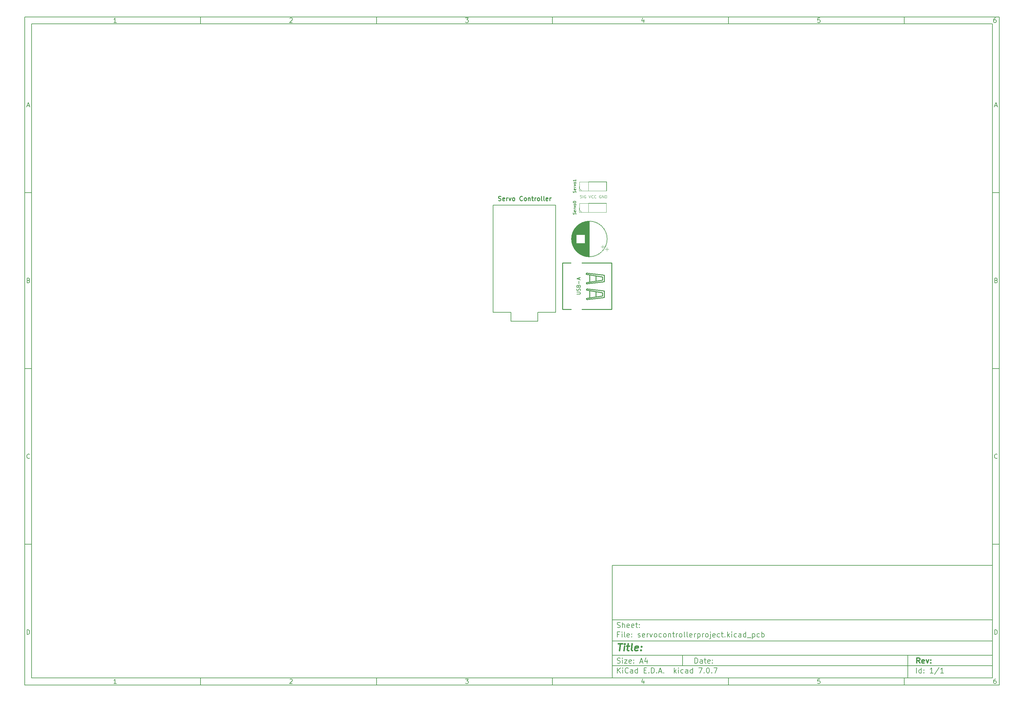
<source format=gbr>
%TF.GenerationSoftware,KiCad,Pcbnew,7.0.7*%
%TF.CreationDate,2024-02-01T17:54:51-08:00*%
%TF.ProjectId,servocontrollerproject,73657276-6f63-46f6-9e74-726f6c6c6572,rev?*%
%TF.SameCoordinates,Original*%
%TF.FileFunction,Legend,Top*%
%TF.FilePolarity,Positive*%
%FSLAX46Y46*%
G04 Gerber Fmt 4.6, Leading zero omitted, Abs format (unit mm)*
G04 Created by KiCad (PCBNEW 7.0.7) date 2024-02-01 17:54:51*
%MOMM*%
%LPD*%
G01*
G04 APERTURE LIST*
%ADD10C,0.100000*%
%ADD11C,0.150000*%
%ADD12C,0.300000*%
%ADD13C,0.400000*%
%ADD14C,0.250000*%
%ADD15C,0.120000*%
%ADD16C,0.130000*%
%ADD17C,0.254000*%
G04 APERTURE END LIST*
D10*
D11*
X177002200Y-166007200D02*
X285002200Y-166007200D01*
X285002200Y-198007200D01*
X177002200Y-198007200D01*
X177002200Y-166007200D01*
D10*
D11*
X10000000Y-10000000D02*
X287002200Y-10000000D01*
X287002200Y-200007200D01*
X10000000Y-200007200D01*
X10000000Y-10000000D01*
D10*
D11*
X12000000Y-12000000D02*
X285002200Y-12000000D01*
X285002200Y-198007200D01*
X12000000Y-198007200D01*
X12000000Y-12000000D01*
D10*
D11*
X60000000Y-12000000D02*
X60000000Y-10000000D01*
D10*
D11*
X110000000Y-12000000D02*
X110000000Y-10000000D01*
D10*
D11*
X160000000Y-12000000D02*
X160000000Y-10000000D01*
D10*
D11*
X210000000Y-12000000D02*
X210000000Y-10000000D01*
D10*
D11*
X260000000Y-12000000D02*
X260000000Y-10000000D01*
D10*
D11*
X36089160Y-11593604D02*
X35346303Y-11593604D01*
X35717731Y-11593604D02*
X35717731Y-10293604D01*
X35717731Y-10293604D02*
X35593922Y-10479319D01*
X35593922Y-10479319D02*
X35470112Y-10603128D01*
X35470112Y-10603128D02*
X35346303Y-10665033D01*
D10*
D11*
X85346303Y-10417414D02*
X85408207Y-10355509D01*
X85408207Y-10355509D02*
X85532017Y-10293604D01*
X85532017Y-10293604D02*
X85841541Y-10293604D01*
X85841541Y-10293604D02*
X85965350Y-10355509D01*
X85965350Y-10355509D02*
X86027255Y-10417414D01*
X86027255Y-10417414D02*
X86089160Y-10541223D01*
X86089160Y-10541223D02*
X86089160Y-10665033D01*
X86089160Y-10665033D02*
X86027255Y-10850747D01*
X86027255Y-10850747D02*
X85284398Y-11593604D01*
X85284398Y-11593604D02*
X86089160Y-11593604D01*
D10*
D11*
X135284398Y-10293604D02*
X136089160Y-10293604D01*
X136089160Y-10293604D02*
X135655826Y-10788842D01*
X135655826Y-10788842D02*
X135841541Y-10788842D01*
X135841541Y-10788842D02*
X135965350Y-10850747D01*
X135965350Y-10850747D02*
X136027255Y-10912652D01*
X136027255Y-10912652D02*
X136089160Y-11036461D01*
X136089160Y-11036461D02*
X136089160Y-11345985D01*
X136089160Y-11345985D02*
X136027255Y-11469795D01*
X136027255Y-11469795D02*
X135965350Y-11531700D01*
X135965350Y-11531700D02*
X135841541Y-11593604D01*
X135841541Y-11593604D02*
X135470112Y-11593604D01*
X135470112Y-11593604D02*
X135346303Y-11531700D01*
X135346303Y-11531700D02*
X135284398Y-11469795D01*
D10*
D11*
X185965350Y-10726938D02*
X185965350Y-11593604D01*
X185655826Y-10231700D02*
X185346303Y-11160271D01*
X185346303Y-11160271D02*
X186151064Y-11160271D01*
D10*
D11*
X236027255Y-10293604D02*
X235408207Y-10293604D01*
X235408207Y-10293604D02*
X235346303Y-10912652D01*
X235346303Y-10912652D02*
X235408207Y-10850747D01*
X235408207Y-10850747D02*
X235532017Y-10788842D01*
X235532017Y-10788842D02*
X235841541Y-10788842D01*
X235841541Y-10788842D02*
X235965350Y-10850747D01*
X235965350Y-10850747D02*
X236027255Y-10912652D01*
X236027255Y-10912652D02*
X236089160Y-11036461D01*
X236089160Y-11036461D02*
X236089160Y-11345985D01*
X236089160Y-11345985D02*
X236027255Y-11469795D01*
X236027255Y-11469795D02*
X235965350Y-11531700D01*
X235965350Y-11531700D02*
X235841541Y-11593604D01*
X235841541Y-11593604D02*
X235532017Y-11593604D01*
X235532017Y-11593604D02*
X235408207Y-11531700D01*
X235408207Y-11531700D02*
X235346303Y-11469795D01*
D10*
D11*
X285965350Y-10293604D02*
X285717731Y-10293604D01*
X285717731Y-10293604D02*
X285593922Y-10355509D01*
X285593922Y-10355509D02*
X285532017Y-10417414D01*
X285532017Y-10417414D02*
X285408207Y-10603128D01*
X285408207Y-10603128D02*
X285346303Y-10850747D01*
X285346303Y-10850747D02*
X285346303Y-11345985D01*
X285346303Y-11345985D02*
X285408207Y-11469795D01*
X285408207Y-11469795D02*
X285470112Y-11531700D01*
X285470112Y-11531700D02*
X285593922Y-11593604D01*
X285593922Y-11593604D02*
X285841541Y-11593604D01*
X285841541Y-11593604D02*
X285965350Y-11531700D01*
X285965350Y-11531700D02*
X286027255Y-11469795D01*
X286027255Y-11469795D02*
X286089160Y-11345985D01*
X286089160Y-11345985D02*
X286089160Y-11036461D01*
X286089160Y-11036461D02*
X286027255Y-10912652D01*
X286027255Y-10912652D02*
X285965350Y-10850747D01*
X285965350Y-10850747D02*
X285841541Y-10788842D01*
X285841541Y-10788842D02*
X285593922Y-10788842D01*
X285593922Y-10788842D02*
X285470112Y-10850747D01*
X285470112Y-10850747D02*
X285408207Y-10912652D01*
X285408207Y-10912652D02*
X285346303Y-11036461D01*
D10*
D11*
X60000000Y-198007200D02*
X60000000Y-200007200D01*
D10*
D11*
X110000000Y-198007200D02*
X110000000Y-200007200D01*
D10*
D11*
X160000000Y-198007200D02*
X160000000Y-200007200D01*
D10*
D11*
X210000000Y-198007200D02*
X210000000Y-200007200D01*
D10*
D11*
X260000000Y-198007200D02*
X260000000Y-200007200D01*
D10*
D11*
X36089160Y-199600804D02*
X35346303Y-199600804D01*
X35717731Y-199600804D02*
X35717731Y-198300804D01*
X35717731Y-198300804D02*
X35593922Y-198486519D01*
X35593922Y-198486519D02*
X35470112Y-198610328D01*
X35470112Y-198610328D02*
X35346303Y-198672233D01*
D10*
D11*
X85346303Y-198424614D02*
X85408207Y-198362709D01*
X85408207Y-198362709D02*
X85532017Y-198300804D01*
X85532017Y-198300804D02*
X85841541Y-198300804D01*
X85841541Y-198300804D02*
X85965350Y-198362709D01*
X85965350Y-198362709D02*
X86027255Y-198424614D01*
X86027255Y-198424614D02*
X86089160Y-198548423D01*
X86089160Y-198548423D02*
X86089160Y-198672233D01*
X86089160Y-198672233D02*
X86027255Y-198857947D01*
X86027255Y-198857947D02*
X85284398Y-199600804D01*
X85284398Y-199600804D02*
X86089160Y-199600804D01*
D10*
D11*
X135284398Y-198300804D02*
X136089160Y-198300804D01*
X136089160Y-198300804D02*
X135655826Y-198796042D01*
X135655826Y-198796042D02*
X135841541Y-198796042D01*
X135841541Y-198796042D02*
X135965350Y-198857947D01*
X135965350Y-198857947D02*
X136027255Y-198919852D01*
X136027255Y-198919852D02*
X136089160Y-199043661D01*
X136089160Y-199043661D02*
X136089160Y-199353185D01*
X136089160Y-199353185D02*
X136027255Y-199476995D01*
X136027255Y-199476995D02*
X135965350Y-199538900D01*
X135965350Y-199538900D02*
X135841541Y-199600804D01*
X135841541Y-199600804D02*
X135470112Y-199600804D01*
X135470112Y-199600804D02*
X135346303Y-199538900D01*
X135346303Y-199538900D02*
X135284398Y-199476995D01*
D10*
D11*
X185965350Y-198734138D02*
X185965350Y-199600804D01*
X185655826Y-198238900D02*
X185346303Y-199167471D01*
X185346303Y-199167471D02*
X186151064Y-199167471D01*
D10*
D11*
X236027255Y-198300804D02*
X235408207Y-198300804D01*
X235408207Y-198300804D02*
X235346303Y-198919852D01*
X235346303Y-198919852D02*
X235408207Y-198857947D01*
X235408207Y-198857947D02*
X235532017Y-198796042D01*
X235532017Y-198796042D02*
X235841541Y-198796042D01*
X235841541Y-198796042D02*
X235965350Y-198857947D01*
X235965350Y-198857947D02*
X236027255Y-198919852D01*
X236027255Y-198919852D02*
X236089160Y-199043661D01*
X236089160Y-199043661D02*
X236089160Y-199353185D01*
X236089160Y-199353185D02*
X236027255Y-199476995D01*
X236027255Y-199476995D02*
X235965350Y-199538900D01*
X235965350Y-199538900D02*
X235841541Y-199600804D01*
X235841541Y-199600804D02*
X235532017Y-199600804D01*
X235532017Y-199600804D02*
X235408207Y-199538900D01*
X235408207Y-199538900D02*
X235346303Y-199476995D01*
D10*
D11*
X285965350Y-198300804D02*
X285717731Y-198300804D01*
X285717731Y-198300804D02*
X285593922Y-198362709D01*
X285593922Y-198362709D02*
X285532017Y-198424614D01*
X285532017Y-198424614D02*
X285408207Y-198610328D01*
X285408207Y-198610328D02*
X285346303Y-198857947D01*
X285346303Y-198857947D02*
X285346303Y-199353185D01*
X285346303Y-199353185D02*
X285408207Y-199476995D01*
X285408207Y-199476995D02*
X285470112Y-199538900D01*
X285470112Y-199538900D02*
X285593922Y-199600804D01*
X285593922Y-199600804D02*
X285841541Y-199600804D01*
X285841541Y-199600804D02*
X285965350Y-199538900D01*
X285965350Y-199538900D02*
X286027255Y-199476995D01*
X286027255Y-199476995D02*
X286089160Y-199353185D01*
X286089160Y-199353185D02*
X286089160Y-199043661D01*
X286089160Y-199043661D02*
X286027255Y-198919852D01*
X286027255Y-198919852D02*
X285965350Y-198857947D01*
X285965350Y-198857947D02*
X285841541Y-198796042D01*
X285841541Y-198796042D02*
X285593922Y-198796042D01*
X285593922Y-198796042D02*
X285470112Y-198857947D01*
X285470112Y-198857947D02*
X285408207Y-198919852D01*
X285408207Y-198919852D02*
X285346303Y-199043661D01*
D10*
D11*
X10000000Y-60000000D02*
X12000000Y-60000000D01*
D10*
D11*
X10000000Y-110000000D02*
X12000000Y-110000000D01*
D10*
D11*
X10000000Y-160000000D02*
X12000000Y-160000000D01*
D10*
D11*
X10690476Y-35222176D02*
X11309523Y-35222176D01*
X10566666Y-35593604D02*
X10999999Y-34293604D01*
X10999999Y-34293604D02*
X11433333Y-35593604D01*
D10*
D11*
X11092857Y-84912652D02*
X11278571Y-84974557D01*
X11278571Y-84974557D02*
X11340476Y-85036461D01*
X11340476Y-85036461D02*
X11402380Y-85160271D01*
X11402380Y-85160271D02*
X11402380Y-85345985D01*
X11402380Y-85345985D02*
X11340476Y-85469795D01*
X11340476Y-85469795D02*
X11278571Y-85531700D01*
X11278571Y-85531700D02*
X11154761Y-85593604D01*
X11154761Y-85593604D02*
X10659523Y-85593604D01*
X10659523Y-85593604D02*
X10659523Y-84293604D01*
X10659523Y-84293604D02*
X11092857Y-84293604D01*
X11092857Y-84293604D02*
X11216666Y-84355509D01*
X11216666Y-84355509D02*
X11278571Y-84417414D01*
X11278571Y-84417414D02*
X11340476Y-84541223D01*
X11340476Y-84541223D02*
X11340476Y-84665033D01*
X11340476Y-84665033D02*
X11278571Y-84788842D01*
X11278571Y-84788842D02*
X11216666Y-84850747D01*
X11216666Y-84850747D02*
X11092857Y-84912652D01*
X11092857Y-84912652D02*
X10659523Y-84912652D01*
D10*
D11*
X11402380Y-135469795D02*
X11340476Y-135531700D01*
X11340476Y-135531700D02*
X11154761Y-135593604D01*
X11154761Y-135593604D02*
X11030952Y-135593604D01*
X11030952Y-135593604D02*
X10845238Y-135531700D01*
X10845238Y-135531700D02*
X10721428Y-135407890D01*
X10721428Y-135407890D02*
X10659523Y-135284080D01*
X10659523Y-135284080D02*
X10597619Y-135036461D01*
X10597619Y-135036461D02*
X10597619Y-134850747D01*
X10597619Y-134850747D02*
X10659523Y-134603128D01*
X10659523Y-134603128D02*
X10721428Y-134479319D01*
X10721428Y-134479319D02*
X10845238Y-134355509D01*
X10845238Y-134355509D02*
X11030952Y-134293604D01*
X11030952Y-134293604D02*
X11154761Y-134293604D01*
X11154761Y-134293604D02*
X11340476Y-134355509D01*
X11340476Y-134355509D02*
X11402380Y-134417414D01*
D10*
D11*
X10659523Y-185593604D02*
X10659523Y-184293604D01*
X10659523Y-184293604D02*
X10969047Y-184293604D01*
X10969047Y-184293604D02*
X11154761Y-184355509D01*
X11154761Y-184355509D02*
X11278571Y-184479319D01*
X11278571Y-184479319D02*
X11340476Y-184603128D01*
X11340476Y-184603128D02*
X11402380Y-184850747D01*
X11402380Y-184850747D02*
X11402380Y-185036461D01*
X11402380Y-185036461D02*
X11340476Y-185284080D01*
X11340476Y-185284080D02*
X11278571Y-185407890D01*
X11278571Y-185407890D02*
X11154761Y-185531700D01*
X11154761Y-185531700D02*
X10969047Y-185593604D01*
X10969047Y-185593604D02*
X10659523Y-185593604D01*
D10*
D11*
X287002200Y-60000000D02*
X285002200Y-60000000D01*
D10*
D11*
X287002200Y-110000000D02*
X285002200Y-110000000D01*
D10*
D11*
X287002200Y-160000000D02*
X285002200Y-160000000D01*
D10*
D11*
X285692676Y-35222176D02*
X286311723Y-35222176D01*
X285568866Y-35593604D02*
X286002199Y-34293604D01*
X286002199Y-34293604D02*
X286435533Y-35593604D01*
D10*
D11*
X286095057Y-84912652D02*
X286280771Y-84974557D01*
X286280771Y-84974557D02*
X286342676Y-85036461D01*
X286342676Y-85036461D02*
X286404580Y-85160271D01*
X286404580Y-85160271D02*
X286404580Y-85345985D01*
X286404580Y-85345985D02*
X286342676Y-85469795D01*
X286342676Y-85469795D02*
X286280771Y-85531700D01*
X286280771Y-85531700D02*
X286156961Y-85593604D01*
X286156961Y-85593604D02*
X285661723Y-85593604D01*
X285661723Y-85593604D02*
X285661723Y-84293604D01*
X285661723Y-84293604D02*
X286095057Y-84293604D01*
X286095057Y-84293604D02*
X286218866Y-84355509D01*
X286218866Y-84355509D02*
X286280771Y-84417414D01*
X286280771Y-84417414D02*
X286342676Y-84541223D01*
X286342676Y-84541223D02*
X286342676Y-84665033D01*
X286342676Y-84665033D02*
X286280771Y-84788842D01*
X286280771Y-84788842D02*
X286218866Y-84850747D01*
X286218866Y-84850747D02*
X286095057Y-84912652D01*
X286095057Y-84912652D02*
X285661723Y-84912652D01*
D10*
D11*
X286404580Y-135469795D02*
X286342676Y-135531700D01*
X286342676Y-135531700D02*
X286156961Y-135593604D01*
X286156961Y-135593604D02*
X286033152Y-135593604D01*
X286033152Y-135593604D02*
X285847438Y-135531700D01*
X285847438Y-135531700D02*
X285723628Y-135407890D01*
X285723628Y-135407890D02*
X285661723Y-135284080D01*
X285661723Y-135284080D02*
X285599819Y-135036461D01*
X285599819Y-135036461D02*
X285599819Y-134850747D01*
X285599819Y-134850747D02*
X285661723Y-134603128D01*
X285661723Y-134603128D02*
X285723628Y-134479319D01*
X285723628Y-134479319D02*
X285847438Y-134355509D01*
X285847438Y-134355509D02*
X286033152Y-134293604D01*
X286033152Y-134293604D02*
X286156961Y-134293604D01*
X286156961Y-134293604D02*
X286342676Y-134355509D01*
X286342676Y-134355509D02*
X286404580Y-134417414D01*
D10*
D11*
X285661723Y-185593604D02*
X285661723Y-184293604D01*
X285661723Y-184293604D02*
X285971247Y-184293604D01*
X285971247Y-184293604D02*
X286156961Y-184355509D01*
X286156961Y-184355509D02*
X286280771Y-184479319D01*
X286280771Y-184479319D02*
X286342676Y-184603128D01*
X286342676Y-184603128D02*
X286404580Y-184850747D01*
X286404580Y-184850747D02*
X286404580Y-185036461D01*
X286404580Y-185036461D02*
X286342676Y-185284080D01*
X286342676Y-185284080D02*
X286280771Y-185407890D01*
X286280771Y-185407890D02*
X286156961Y-185531700D01*
X286156961Y-185531700D02*
X285971247Y-185593604D01*
X285971247Y-185593604D02*
X285661723Y-185593604D01*
D10*
D11*
X200458026Y-193793328D02*
X200458026Y-192293328D01*
X200458026Y-192293328D02*
X200815169Y-192293328D01*
X200815169Y-192293328D02*
X201029455Y-192364757D01*
X201029455Y-192364757D02*
X201172312Y-192507614D01*
X201172312Y-192507614D02*
X201243741Y-192650471D01*
X201243741Y-192650471D02*
X201315169Y-192936185D01*
X201315169Y-192936185D02*
X201315169Y-193150471D01*
X201315169Y-193150471D02*
X201243741Y-193436185D01*
X201243741Y-193436185D02*
X201172312Y-193579042D01*
X201172312Y-193579042D02*
X201029455Y-193721900D01*
X201029455Y-193721900D02*
X200815169Y-193793328D01*
X200815169Y-193793328D02*
X200458026Y-193793328D01*
X202600884Y-193793328D02*
X202600884Y-193007614D01*
X202600884Y-193007614D02*
X202529455Y-192864757D01*
X202529455Y-192864757D02*
X202386598Y-192793328D01*
X202386598Y-192793328D02*
X202100884Y-192793328D01*
X202100884Y-192793328D02*
X201958026Y-192864757D01*
X202600884Y-193721900D02*
X202458026Y-193793328D01*
X202458026Y-193793328D02*
X202100884Y-193793328D01*
X202100884Y-193793328D02*
X201958026Y-193721900D01*
X201958026Y-193721900D02*
X201886598Y-193579042D01*
X201886598Y-193579042D02*
X201886598Y-193436185D01*
X201886598Y-193436185D02*
X201958026Y-193293328D01*
X201958026Y-193293328D02*
X202100884Y-193221900D01*
X202100884Y-193221900D02*
X202458026Y-193221900D01*
X202458026Y-193221900D02*
X202600884Y-193150471D01*
X203100884Y-192793328D02*
X203672312Y-192793328D01*
X203315169Y-192293328D02*
X203315169Y-193579042D01*
X203315169Y-193579042D02*
X203386598Y-193721900D01*
X203386598Y-193721900D02*
X203529455Y-193793328D01*
X203529455Y-193793328D02*
X203672312Y-193793328D01*
X204743741Y-193721900D02*
X204600884Y-193793328D01*
X204600884Y-193793328D02*
X204315170Y-193793328D01*
X204315170Y-193793328D02*
X204172312Y-193721900D01*
X204172312Y-193721900D02*
X204100884Y-193579042D01*
X204100884Y-193579042D02*
X204100884Y-193007614D01*
X204100884Y-193007614D02*
X204172312Y-192864757D01*
X204172312Y-192864757D02*
X204315170Y-192793328D01*
X204315170Y-192793328D02*
X204600884Y-192793328D01*
X204600884Y-192793328D02*
X204743741Y-192864757D01*
X204743741Y-192864757D02*
X204815170Y-193007614D01*
X204815170Y-193007614D02*
X204815170Y-193150471D01*
X204815170Y-193150471D02*
X204100884Y-193293328D01*
X205458026Y-193650471D02*
X205529455Y-193721900D01*
X205529455Y-193721900D02*
X205458026Y-193793328D01*
X205458026Y-193793328D02*
X205386598Y-193721900D01*
X205386598Y-193721900D02*
X205458026Y-193650471D01*
X205458026Y-193650471D02*
X205458026Y-193793328D01*
X205458026Y-192864757D02*
X205529455Y-192936185D01*
X205529455Y-192936185D02*
X205458026Y-193007614D01*
X205458026Y-193007614D02*
X205386598Y-192936185D01*
X205386598Y-192936185D02*
X205458026Y-192864757D01*
X205458026Y-192864757D02*
X205458026Y-193007614D01*
D10*
D11*
X177002200Y-194507200D02*
X285002200Y-194507200D01*
D10*
D11*
X178458026Y-196593328D02*
X178458026Y-195093328D01*
X179315169Y-196593328D02*
X178672312Y-195736185D01*
X179315169Y-195093328D02*
X178458026Y-195950471D01*
X179958026Y-196593328D02*
X179958026Y-195593328D01*
X179958026Y-195093328D02*
X179886598Y-195164757D01*
X179886598Y-195164757D02*
X179958026Y-195236185D01*
X179958026Y-195236185D02*
X180029455Y-195164757D01*
X180029455Y-195164757D02*
X179958026Y-195093328D01*
X179958026Y-195093328D02*
X179958026Y-195236185D01*
X181529455Y-196450471D02*
X181458027Y-196521900D01*
X181458027Y-196521900D02*
X181243741Y-196593328D01*
X181243741Y-196593328D02*
X181100884Y-196593328D01*
X181100884Y-196593328D02*
X180886598Y-196521900D01*
X180886598Y-196521900D02*
X180743741Y-196379042D01*
X180743741Y-196379042D02*
X180672312Y-196236185D01*
X180672312Y-196236185D02*
X180600884Y-195950471D01*
X180600884Y-195950471D02*
X180600884Y-195736185D01*
X180600884Y-195736185D02*
X180672312Y-195450471D01*
X180672312Y-195450471D02*
X180743741Y-195307614D01*
X180743741Y-195307614D02*
X180886598Y-195164757D01*
X180886598Y-195164757D02*
X181100884Y-195093328D01*
X181100884Y-195093328D02*
X181243741Y-195093328D01*
X181243741Y-195093328D02*
X181458027Y-195164757D01*
X181458027Y-195164757D02*
X181529455Y-195236185D01*
X182815170Y-196593328D02*
X182815170Y-195807614D01*
X182815170Y-195807614D02*
X182743741Y-195664757D01*
X182743741Y-195664757D02*
X182600884Y-195593328D01*
X182600884Y-195593328D02*
X182315170Y-195593328D01*
X182315170Y-195593328D02*
X182172312Y-195664757D01*
X182815170Y-196521900D02*
X182672312Y-196593328D01*
X182672312Y-196593328D02*
X182315170Y-196593328D01*
X182315170Y-196593328D02*
X182172312Y-196521900D01*
X182172312Y-196521900D02*
X182100884Y-196379042D01*
X182100884Y-196379042D02*
X182100884Y-196236185D01*
X182100884Y-196236185D02*
X182172312Y-196093328D01*
X182172312Y-196093328D02*
X182315170Y-196021900D01*
X182315170Y-196021900D02*
X182672312Y-196021900D01*
X182672312Y-196021900D02*
X182815170Y-195950471D01*
X184172313Y-196593328D02*
X184172313Y-195093328D01*
X184172313Y-196521900D02*
X184029455Y-196593328D01*
X184029455Y-196593328D02*
X183743741Y-196593328D01*
X183743741Y-196593328D02*
X183600884Y-196521900D01*
X183600884Y-196521900D02*
X183529455Y-196450471D01*
X183529455Y-196450471D02*
X183458027Y-196307614D01*
X183458027Y-196307614D02*
X183458027Y-195879042D01*
X183458027Y-195879042D02*
X183529455Y-195736185D01*
X183529455Y-195736185D02*
X183600884Y-195664757D01*
X183600884Y-195664757D02*
X183743741Y-195593328D01*
X183743741Y-195593328D02*
X184029455Y-195593328D01*
X184029455Y-195593328D02*
X184172313Y-195664757D01*
X186029455Y-195807614D02*
X186529455Y-195807614D01*
X186743741Y-196593328D02*
X186029455Y-196593328D01*
X186029455Y-196593328D02*
X186029455Y-195093328D01*
X186029455Y-195093328D02*
X186743741Y-195093328D01*
X187386598Y-196450471D02*
X187458027Y-196521900D01*
X187458027Y-196521900D02*
X187386598Y-196593328D01*
X187386598Y-196593328D02*
X187315170Y-196521900D01*
X187315170Y-196521900D02*
X187386598Y-196450471D01*
X187386598Y-196450471D02*
X187386598Y-196593328D01*
X188100884Y-196593328D02*
X188100884Y-195093328D01*
X188100884Y-195093328D02*
X188458027Y-195093328D01*
X188458027Y-195093328D02*
X188672313Y-195164757D01*
X188672313Y-195164757D02*
X188815170Y-195307614D01*
X188815170Y-195307614D02*
X188886599Y-195450471D01*
X188886599Y-195450471D02*
X188958027Y-195736185D01*
X188958027Y-195736185D02*
X188958027Y-195950471D01*
X188958027Y-195950471D02*
X188886599Y-196236185D01*
X188886599Y-196236185D02*
X188815170Y-196379042D01*
X188815170Y-196379042D02*
X188672313Y-196521900D01*
X188672313Y-196521900D02*
X188458027Y-196593328D01*
X188458027Y-196593328D02*
X188100884Y-196593328D01*
X189600884Y-196450471D02*
X189672313Y-196521900D01*
X189672313Y-196521900D02*
X189600884Y-196593328D01*
X189600884Y-196593328D02*
X189529456Y-196521900D01*
X189529456Y-196521900D02*
X189600884Y-196450471D01*
X189600884Y-196450471D02*
X189600884Y-196593328D01*
X190243742Y-196164757D02*
X190958028Y-196164757D01*
X190100885Y-196593328D02*
X190600885Y-195093328D01*
X190600885Y-195093328D02*
X191100885Y-196593328D01*
X191600884Y-196450471D02*
X191672313Y-196521900D01*
X191672313Y-196521900D02*
X191600884Y-196593328D01*
X191600884Y-196593328D02*
X191529456Y-196521900D01*
X191529456Y-196521900D02*
X191600884Y-196450471D01*
X191600884Y-196450471D02*
X191600884Y-196593328D01*
X194600884Y-196593328D02*
X194600884Y-195093328D01*
X194743742Y-196021900D02*
X195172313Y-196593328D01*
X195172313Y-195593328D02*
X194600884Y-196164757D01*
X195815170Y-196593328D02*
X195815170Y-195593328D01*
X195815170Y-195093328D02*
X195743742Y-195164757D01*
X195743742Y-195164757D02*
X195815170Y-195236185D01*
X195815170Y-195236185D02*
X195886599Y-195164757D01*
X195886599Y-195164757D02*
X195815170Y-195093328D01*
X195815170Y-195093328D02*
X195815170Y-195236185D01*
X197172314Y-196521900D02*
X197029456Y-196593328D01*
X197029456Y-196593328D02*
X196743742Y-196593328D01*
X196743742Y-196593328D02*
X196600885Y-196521900D01*
X196600885Y-196521900D02*
X196529456Y-196450471D01*
X196529456Y-196450471D02*
X196458028Y-196307614D01*
X196458028Y-196307614D02*
X196458028Y-195879042D01*
X196458028Y-195879042D02*
X196529456Y-195736185D01*
X196529456Y-195736185D02*
X196600885Y-195664757D01*
X196600885Y-195664757D02*
X196743742Y-195593328D01*
X196743742Y-195593328D02*
X197029456Y-195593328D01*
X197029456Y-195593328D02*
X197172314Y-195664757D01*
X198458028Y-196593328D02*
X198458028Y-195807614D01*
X198458028Y-195807614D02*
X198386599Y-195664757D01*
X198386599Y-195664757D02*
X198243742Y-195593328D01*
X198243742Y-195593328D02*
X197958028Y-195593328D01*
X197958028Y-195593328D02*
X197815170Y-195664757D01*
X198458028Y-196521900D02*
X198315170Y-196593328D01*
X198315170Y-196593328D02*
X197958028Y-196593328D01*
X197958028Y-196593328D02*
X197815170Y-196521900D01*
X197815170Y-196521900D02*
X197743742Y-196379042D01*
X197743742Y-196379042D02*
X197743742Y-196236185D01*
X197743742Y-196236185D02*
X197815170Y-196093328D01*
X197815170Y-196093328D02*
X197958028Y-196021900D01*
X197958028Y-196021900D02*
X198315170Y-196021900D01*
X198315170Y-196021900D02*
X198458028Y-195950471D01*
X199815171Y-196593328D02*
X199815171Y-195093328D01*
X199815171Y-196521900D02*
X199672313Y-196593328D01*
X199672313Y-196593328D02*
X199386599Y-196593328D01*
X199386599Y-196593328D02*
X199243742Y-196521900D01*
X199243742Y-196521900D02*
X199172313Y-196450471D01*
X199172313Y-196450471D02*
X199100885Y-196307614D01*
X199100885Y-196307614D02*
X199100885Y-195879042D01*
X199100885Y-195879042D02*
X199172313Y-195736185D01*
X199172313Y-195736185D02*
X199243742Y-195664757D01*
X199243742Y-195664757D02*
X199386599Y-195593328D01*
X199386599Y-195593328D02*
X199672313Y-195593328D01*
X199672313Y-195593328D02*
X199815171Y-195664757D01*
X201529456Y-195093328D02*
X202529456Y-195093328D01*
X202529456Y-195093328D02*
X201886599Y-196593328D01*
X203100884Y-196450471D02*
X203172313Y-196521900D01*
X203172313Y-196521900D02*
X203100884Y-196593328D01*
X203100884Y-196593328D02*
X203029456Y-196521900D01*
X203029456Y-196521900D02*
X203100884Y-196450471D01*
X203100884Y-196450471D02*
X203100884Y-196593328D01*
X204100885Y-195093328D02*
X204243742Y-195093328D01*
X204243742Y-195093328D02*
X204386599Y-195164757D01*
X204386599Y-195164757D02*
X204458028Y-195236185D01*
X204458028Y-195236185D02*
X204529456Y-195379042D01*
X204529456Y-195379042D02*
X204600885Y-195664757D01*
X204600885Y-195664757D02*
X204600885Y-196021900D01*
X204600885Y-196021900D02*
X204529456Y-196307614D01*
X204529456Y-196307614D02*
X204458028Y-196450471D01*
X204458028Y-196450471D02*
X204386599Y-196521900D01*
X204386599Y-196521900D02*
X204243742Y-196593328D01*
X204243742Y-196593328D02*
X204100885Y-196593328D01*
X204100885Y-196593328D02*
X203958028Y-196521900D01*
X203958028Y-196521900D02*
X203886599Y-196450471D01*
X203886599Y-196450471D02*
X203815170Y-196307614D01*
X203815170Y-196307614D02*
X203743742Y-196021900D01*
X203743742Y-196021900D02*
X203743742Y-195664757D01*
X203743742Y-195664757D02*
X203815170Y-195379042D01*
X203815170Y-195379042D02*
X203886599Y-195236185D01*
X203886599Y-195236185D02*
X203958028Y-195164757D01*
X203958028Y-195164757D02*
X204100885Y-195093328D01*
X205243741Y-196450471D02*
X205315170Y-196521900D01*
X205315170Y-196521900D02*
X205243741Y-196593328D01*
X205243741Y-196593328D02*
X205172313Y-196521900D01*
X205172313Y-196521900D02*
X205243741Y-196450471D01*
X205243741Y-196450471D02*
X205243741Y-196593328D01*
X205815170Y-195093328D02*
X206815170Y-195093328D01*
X206815170Y-195093328D02*
X206172313Y-196593328D01*
D10*
D11*
X177002200Y-191507200D02*
X285002200Y-191507200D01*
D10*
D12*
X264413853Y-193785528D02*
X263913853Y-193071242D01*
X263556710Y-193785528D02*
X263556710Y-192285528D01*
X263556710Y-192285528D02*
X264128139Y-192285528D01*
X264128139Y-192285528D02*
X264270996Y-192356957D01*
X264270996Y-192356957D02*
X264342425Y-192428385D01*
X264342425Y-192428385D02*
X264413853Y-192571242D01*
X264413853Y-192571242D02*
X264413853Y-192785528D01*
X264413853Y-192785528D02*
X264342425Y-192928385D01*
X264342425Y-192928385D02*
X264270996Y-192999814D01*
X264270996Y-192999814D02*
X264128139Y-193071242D01*
X264128139Y-193071242D02*
X263556710Y-193071242D01*
X265628139Y-193714100D02*
X265485282Y-193785528D01*
X265485282Y-193785528D02*
X265199568Y-193785528D01*
X265199568Y-193785528D02*
X265056710Y-193714100D01*
X265056710Y-193714100D02*
X264985282Y-193571242D01*
X264985282Y-193571242D02*
X264985282Y-192999814D01*
X264985282Y-192999814D02*
X265056710Y-192856957D01*
X265056710Y-192856957D02*
X265199568Y-192785528D01*
X265199568Y-192785528D02*
X265485282Y-192785528D01*
X265485282Y-192785528D02*
X265628139Y-192856957D01*
X265628139Y-192856957D02*
X265699568Y-192999814D01*
X265699568Y-192999814D02*
X265699568Y-193142671D01*
X265699568Y-193142671D02*
X264985282Y-193285528D01*
X266199567Y-192785528D02*
X266556710Y-193785528D01*
X266556710Y-193785528D02*
X266913853Y-192785528D01*
X267485281Y-193642671D02*
X267556710Y-193714100D01*
X267556710Y-193714100D02*
X267485281Y-193785528D01*
X267485281Y-193785528D02*
X267413853Y-193714100D01*
X267413853Y-193714100D02*
X267485281Y-193642671D01*
X267485281Y-193642671D02*
X267485281Y-193785528D01*
X267485281Y-192856957D02*
X267556710Y-192928385D01*
X267556710Y-192928385D02*
X267485281Y-192999814D01*
X267485281Y-192999814D02*
X267413853Y-192928385D01*
X267413853Y-192928385D02*
X267485281Y-192856957D01*
X267485281Y-192856957D02*
X267485281Y-192999814D01*
D10*
D11*
X178386598Y-193721900D02*
X178600884Y-193793328D01*
X178600884Y-193793328D02*
X178958026Y-193793328D01*
X178958026Y-193793328D02*
X179100884Y-193721900D01*
X179100884Y-193721900D02*
X179172312Y-193650471D01*
X179172312Y-193650471D02*
X179243741Y-193507614D01*
X179243741Y-193507614D02*
X179243741Y-193364757D01*
X179243741Y-193364757D02*
X179172312Y-193221900D01*
X179172312Y-193221900D02*
X179100884Y-193150471D01*
X179100884Y-193150471D02*
X178958026Y-193079042D01*
X178958026Y-193079042D02*
X178672312Y-193007614D01*
X178672312Y-193007614D02*
X178529455Y-192936185D01*
X178529455Y-192936185D02*
X178458026Y-192864757D01*
X178458026Y-192864757D02*
X178386598Y-192721900D01*
X178386598Y-192721900D02*
X178386598Y-192579042D01*
X178386598Y-192579042D02*
X178458026Y-192436185D01*
X178458026Y-192436185D02*
X178529455Y-192364757D01*
X178529455Y-192364757D02*
X178672312Y-192293328D01*
X178672312Y-192293328D02*
X179029455Y-192293328D01*
X179029455Y-192293328D02*
X179243741Y-192364757D01*
X179886597Y-193793328D02*
X179886597Y-192793328D01*
X179886597Y-192293328D02*
X179815169Y-192364757D01*
X179815169Y-192364757D02*
X179886597Y-192436185D01*
X179886597Y-192436185D02*
X179958026Y-192364757D01*
X179958026Y-192364757D02*
X179886597Y-192293328D01*
X179886597Y-192293328D02*
X179886597Y-192436185D01*
X180458026Y-192793328D02*
X181243741Y-192793328D01*
X181243741Y-192793328D02*
X180458026Y-193793328D01*
X180458026Y-193793328D02*
X181243741Y-193793328D01*
X182386598Y-193721900D02*
X182243741Y-193793328D01*
X182243741Y-193793328D02*
X181958027Y-193793328D01*
X181958027Y-193793328D02*
X181815169Y-193721900D01*
X181815169Y-193721900D02*
X181743741Y-193579042D01*
X181743741Y-193579042D02*
X181743741Y-193007614D01*
X181743741Y-193007614D02*
X181815169Y-192864757D01*
X181815169Y-192864757D02*
X181958027Y-192793328D01*
X181958027Y-192793328D02*
X182243741Y-192793328D01*
X182243741Y-192793328D02*
X182386598Y-192864757D01*
X182386598Y-192864757D02*
X182458027Y-193007614D01*
X182458027Y-193007614D02*
X182458027Y-193150471D01*
X182458027Y-193150471D02*
X181743741Y-193293328D01*
X183100883Y-193650471D02*
X183172312Y-193721900D01*
X183172312Y-193721900D02*
X183100883Y-193793328D01*
X183100883Y-193793328D02*
X183029455Y-193721900D01*
X183029455Y-193721900D02*
X183100883Y-193650471D01*
X183100883Y-193650471D02*
X183100883Y-193793328D01*
X183100883Y-192864757D02*
X183172312Y-192936185D01*
X183172312Y-192936185D02*
X183100883Y-193007614D01*
X183100883Y-193007614D02*
X183029455Y-192936185D01*
X183029455Y-192936185D02*
X183100883Y-192864757D01*
X183100883Y-192864757D02*
X183100883Y-193007614D01*
X184886598Y-193364757D02*
X185600884Y-193364757D01*
X184743741Y-193793328D02*
X185243741Y-192293328D01*
X185243741Y-192293328D02*
X185743741Y-193793328D01*
X186886598Y-192793328D02*
X186886598Y-193793328D01*
X186529455Y-192221900D02*
X186172312Y-193293328D01*
X186172312Y-193293328D02*
X187100883Y-193293328D01*
D10*
D11*
X263458026Y-196593328D02*
X263458026Y-195093328D01*
X264815170Y-196593328D02*
X264815170Y-195093328D01*
X264815170Y-196521900D02*
X264672312Y-196593328D01*
X264672312Y-196593328D02*
X264386598Y-196593328D01*
X264386598Y-196593328D02*
X264243741Y-196521900D01*
X264243741Y-196521900D02*
X264172312Y-196450471D01*
X264172312Y-196450471D02*
X264100884Y-196307614D01*
X264100884Y-196307614D02*
X264100884Y-195879042D01*
X264100884Y-195879042D02*
X264172312Y-195736185D01*
X264172312Y-195736185D02*
X264243741Y-195664757D01*
X264243741Y-195664757D02*
X264386598Y-195593328D01*
X264386598Y-195593328D02*
X264672312Y-195593328D01*
X264672312Y-195593328D02*
X264815170Y-195664757D01*
X265529455Y-196450471D02*
X265600884Y-196521900D01*
X265600884Y-196521900D02*
X265529455Y-196593328D01*
X265529455Y-196593328D02*
X265458027Y-196521900D01*
X265458027Y-196521900D02*
X265529455Y-196450471D01*
X265529455Y-196450471D02*
X265529455Y-196593328D01*
X265529455Y-195664757D02*
X265600884Y-195736185D01*
X265600884Y-195736185D02*
X265529455Y-195807614D01*
X265529455Y-195807614D02*
X265458027Y-195736185D01*
X265458027Y-195736185D02*
X265529455Y-195664757D01*
X265529455Y-195664757D02*
X265529455Y-195807614D01*
X268172313Y-196593328D02*
X267315170Y-196593328D01*
X267743741Y-196593328D02*
X267743741Y-195093328D01*
X267743741Y-195093328D02*
X267600884Y-195307614D01*
X267600884Y-195307614D02*
X267458027Y-195450471D01*
X267458027Y-195450471D02*
X267315170Y-195521900D01*
X269886598Y-195021900D02*
X268600884Y-196950471D01*
X271172313Y-196593328D02*
X270315170Y-196593328D01*
X270743741Y-196593328D02*
X270743741Y-195093328D01*
X270743741Y-195093328D02*
X270600884Y-195307614D01*
X270600884Y-195307614D02*
X270458027Y-195450471D01*
X270458027Y-195450471D02*
X270315170Y-195521900D01*
D10*
D11*
X177002200Y-187507200D02*
X285002200Y-187507200D01*
D10*
D13*
X178693928Y-188211638D02*
X179836785Y-188211638D01*
X179015357Y-190211638D02*
X179265357Y-188211638D01*
X180253452Y-190211638D02*
X180420119Y-188878304D01*
X180503452Y-188211638D02*
X180396309Y-188306876D01*
X180396309Y-188306876D02*
X180479643Y-188402114D01*
X180479643Y-188402114D02*
X180586786Y-188306876D01*
X180586786Y-188306876D02*
X180503452Y-188211638D01*
X180503452Y-188211638D02*
X180479643Y-188402114D01*
X181086786Y-188878304D02*
X181848690Y-188878304D01*
X181455833Y-188211638D02*
X181241548Y-189925923D01*
X181241548Y-189925923D02*
X181312976Y-190116400D01*
X181312976Y-190116400D02*
X181491548Y-190211638D01*
X181491548Y-190211638D02*
X181682024Y-190211638D01*
X182634405Y-190211638D02*
X182455833Y-190116400D01*
X182455833Y-190116400D02*
X182384405Y-189925923D01*
X182384405Y-189925923D02*
X182598690Y-188211638D01*
X184170119Y-190116400D02*
X183967738Y-190211638D01*
X183967738Y-190211638D02*
X183586785Y-190211638D01*
X183586785Y-190211638D02*
X183408214Y-190116400D01*
X183408214Y-190116400D02*
X183336785Y-189925923D01*
X183336785Y-189925923D02*
X183432024Y-189164019D01*
X183432024Y-189164019D02*
X183551071Y-188973542D01*
X183551071Y-188973542D02*
X183753452Y-188878304D01*
X183753452Y-188878304D02*
X184134404Y-188878304D01*
X184134404Y-188878304D02*
X184312976Y-188973542D01*
X184312976Y-188973542D02*
X184384404Y-189164019D01*
X184384404Y-189164019D02*
X184360595Y-189354495D01*
X184360595Y-189354495D02*
X183384404Y-189544971D01*
X185134405Y-190021161D02*
X185217738Y-190116400D01*
X185217738Y-190116400D02*
X185110595Y-190211638D01*
X185110595Y-190211638D02*
X185027262Y-190116400D01*
X185027262Y-190116400D02*
X185134405Y-190021161D01*
X185134405Y-190021161D02*
X185110595Y-190211638D01*
X185265357Y-188973542D02*
X185348690Y-189068780D01*
X185348690Y-189068780D02*
X185241548Y-189164019D01*
X185241548Y-189164019D02*
X185158214Y-189068780D01*
X185158214Y-189068780D02*
X185265357Y-188973542D01*
X185265357Y-188973542D02*
X185241548Y-189164019D01*
D10*
D11*
X178958026Y-185607614D02*
X178458026Y-185607614D01*
X178458026Y-186393328D02*
X178458026Y-184893328D01*
X178458026Y-184893328D02*
X179172312Y-184893328D01*
X179743740Y-186393328D02*
X179743740Y-185393328D01*
X179743740Y-184893328D02*
X179672312Y-184964757D01*
X179672312Y-184964757D02*
X179743740Y-185036185D01*
X179743740Y-185036185D02*
X179815169Y-184964757D01*
X179815169Y-184964757D02*
X179743740Y-184893328D01*
X179743740Y-184893328D02*
X179743740Y-185036185D01*
X180672312Y-186393328D02*
X180529455Y-186321900D01*
X180529455Y-186321900D02*
X180458026Y-186179042D01*
X180458026Y-186179042D02*
X180458026Y-184893328D01*
X181815169Y-186321900D02*
X181672312Y-186393328D01*
X181672312Y-186393328D02*
X181386598Y-186393328D01*
X181386598Y-186393328D02*
X181243740Y-186321900D01*
X181243740Y-186321900D02*
X181172312Y-186179042D01*
X181172312Y-186179042D02*
X181172312Y-185607614D01*
X181172312Y-185607614D02*
X181243740Y-185464757D01*
X181243740Y-185464757D02*
X181386598Y-185393328D01*
X181386598Y-185393328D02*
X181672312Y-185393328D01*
X181672312Y-185393328D02*
X181815169Y-185464757D01*
X181815169Y-185464757D02*
X181886598Y-185607614D01*
X181886598Y-185607614D02*
X181886598Y-185750471D01*
X181886598Y-185750471D02*
X181172312Y-185893328D01*
X182529454Y-186250471D02*
X182600883Y-186321900D01*
X182600883Y-186321900D02*
X182529454Y-186393328D01*
X182529454Y-186393328D02*
X182458026Y-186321900D01*
X182458026Y-186321900D02*
X182529454Y-186250471D01*
X182529454Y-186250471D02*
X182529454Y-186393328D01*
X182529454Y-185464757D02*
X182600883Y-185536185D01*
X182600883Y-185536185D02*
X182529454Y-185607614D01*
X182529454Y-185607614D02*
X182458026Y-185536185D01*
X182458026Y-185536185D02*
X182529454Y-185464757D01*
X182529454Y-185464757D02*
X182529454Y-185607614D01*
X184315169Y-186321900D02*
X184458026Y-186393328D01*
X184458026Y-186393328D02*
X184743740Y-186393328D01*
X184743740Y-186393328D02*
X184886597Y-186321900D01*
X184886597Y-186321900D02*
X184958026Y-186179042D01*
X184958026Y-186179042D02*
X184958026Y-186107614D01*
X184958026Y-186107614D02*
X184886597Y-185964757D01*
X184886597Y-185964757D02*
X184743740Y-185893328D01*
X184743740Y-185893328D02*
X184529455Y-185893328D01*
X184529455Y-185893328D02*
X184386597Y-185821900D01*
X184386597Y-185821900D02*
X184315169Y-185679042D01*
X184315169Y-185679042D02*
X184315169Y-185607614D01*
X184315169Y-185607614D02*
X184386597Y-185464757D01*
X184386597Y-185464757D02*
X184529455Y-185393328D01*
X184529455Y-185393328D02*
X184743740Y-185393328D01*
X184743740Y-185393328D02*
X184886597Y-185464757D01*
X186172312Y-186321900D02*
X186029455Y-186393328D01*
X186029455Y-186393328D02*
X185743741Y-186393328D01*
X185743741Y-186393328D02*
X185600883Y-186321900D01*
X185600883Y-186321900D02*
X185529455Y-186179042D01*
X185529455Y-186179042D02*
X185529455Y-185607614D01*
X185529455Y-185607614D02*
X185600883Y-185464757D01*
X185600883Y-185464757D02*
X185743741Y-185393328D01*
X185743741Y-185393328D02*
X186029455Y-185393328D01*
X186029455Y-185393328D02*
X186172312Y-185464757D01*
X186172312Y-185464757D02*
X186243741Y-185607614D01*
X186243741Y-185607614D02*
X186243741Y-185750471D01*
X186243741Y-185750471D02*
X185529455Y-185893328D01*
X186886597Y-186393328D02*
X186886597Y-185393328D01*
X186886597Y-185679042D02*
X186958026Y-185536185D01*
X186958026Y-185536185D02*
X187029455Y-185464757D01*
X187029455Y-185464757D02*
X187172312Y-185393328D01*
X187172312Y-185393328D02*
X187315169Y-185393328D01*
X187672311Y-185393328D02*
X188029454Y-186393328D01*
X188029454Y-186393328D02*
X188386597Y-185393328D01*
X189172311Y-186393328D02*
X189029454Y-186321900D01*
X189029454Y-186321900D02*
X188958025Y-186250471D01*
X188958025Y-186250471D02*
X188886597Y-186107614D01*
X188886597Y-186107614D02*
X188886597Y-185679042D01*
X188886597Y-185679042D02*
X188958025Y-185536185D01*
X188958025Y-185536185D02*
X189029454Y-185464757D01*
X189029454Y-185464757D02*
X189172311Y-185393328D01*
X189172311Y-185393328D02*
X189386597Y-185393328D01*
X189386597Y-185393328D02*
X189529454Y-185464757D01*
X189529454Y-185464757D02*
X189600883Y-185536185D01*
X189600883Y-185536185D02*
X189672311Y-185679042D01*
X189672311Y-185679042D02*
X189672311Y-186107614D01*
X189672311Y-186107614D02*
X189600883Y-186250471D01*
X189600883Y-186250471D02*
X189529454Y-186321900D01*
X189529454Y-186321900D02*
X189386597Y-186393328D01*
X189386597Y-186393328D02*
X189172311Y-186393328D01*
X190958026Y-186321900D02*
X190815168Y-186393328D01*
X190815168Y-186393328D02*
X190529454Y-186393328D01*
X190529454Y-186393328D02*
X190386597Y-186321900D01*
X190386597Y-186321900D02*
X190315168Y-186250471D01*
X190315168Y-186250471D02*
X190243740Y-186107614D01*
X190243740Y-186107614D02*
X190243740Y-185679042D01*
X190243740Y-185679042D02*
X190315168Y-185536185D01*
X190315168Y-185536185D02*
X190386597Y-185464757D01*
X190386597Y-185464757D02*
X190529454Y-185393328D01*
X190529454Y-185393328D02*
X190815168Y-185393328D01*
X190815168Y-185393328D02*
X190958026Y-185464757D01*
X191815168Y-186393328D02*
X191672311Y-186321900D01*
X191672311Y-186321900D02*
X191600882Y-186250471D01*
X191600882Y-186250471D02*
X191529454Y-186107614D01*
X191529454Y-186107614D02*
X191529454Y-185679042D01*
X191529454Y-185679042D02*
X191600882Y-185536185D01*
X191600882Y-185536185D02*
X191672311Y-185464757D01*
X191672311Y-185464757D02*
X191815168Y-185393328D01*
X191815168Y-185393328D02*
X192029454Y-185393328D01*
X192029454Y-185393328D02*
X192172311Y-185464757D01*
X192172311Y-185464757D02*
X192243740Y-185536185D01*
X192243740Y-185536185D02*
X192315168Y-185679042D01*
X192315168Y-185679042D02*
X192315168Y-186107614D01*
X192315168Y-186107614D02*
X192243740Y-186250471D01*
X192243740Y-186250471D02*
X192172311Y-186321900D01*
X192172311Y-186321900D02*
X192029454Y-186393328D01*
X192029454Y-186393328D02*
X191815168Y-186393328D01*
X192958025Y-185393328D02*
X192958025Y-186393328D01*
X192958025Y-185536185D02*
X193029454Y-185464757D01*
X193029454Y-185464757D02*
X193172311Y-185393328D01*
X193172311Y-185393328D02*
X193386597Y-185393328D01*
X193386597Y-185393328D02*
X193529454Y-185464757D01*
X193529454Y-185464757D02*
X193600883Y-185607614D01*
X193600883Y-185607614D02*
X193600883Y-186393328D01*
X194100883Y-185393328D02*
X194672311Y-185393328D01*
X194315168Y-184893328D02*
X194315168Y-186179042D01*
X194315168Y-186179042D02*
X194386597Y-186321900D01*
X194386597Y-186321900D02*
X194529454Y-186393328D01*
X194529454Y-186393328D02*
X194672311Y-186393328D01*
X195172311Y-186393328D02*
X195172311Y-185393328D01*
X195172311Y-185679042D02*
X195243740Y-185536185D01*
X195243740Y-185536185D02*
X195315169Y-185464757D01*
X195315169Y-185464757D02*
X195458026Y-185393328D01*
X195458026Y-185393328D02*
X195600883Y-185393328D01*
X196315168Y-186393328D02*
X196172311Y-186321900D01*
X196172311Y-186321900D02*
X196100882Y-186250471D01*
X196100882Y-186250471D02*
X196029454Y-186107614D01*
X196029454Y-186107614D02*
X196029454Y-185679042D01*
X196029454Y-185679042D02*
X196100882Y-185536185D01*
X196100882Y-185536185D02*
X196172311Y-185464757D01*
X196172311Y-185464757D02*
X196315168Y-185393328D01*
X196315168Y-185393328D02*
X196529454Y-185393328D01*
X196529454Y-185393328D02*
X196672311Y-185464757D01*
X196672311Y-185464757D02*
X196743740Y-185536185D01*
X196743740Y-185536185D02*
X196815168Y-185679042D01*
X196815168Y-185679042D02*
X196815168Y-186107614D01*
X196815168Y-186107614D02*
X196743740Y-186250471D01*
X196743740Y-186250471D02*
X196672311Y-186321900D01*
X196672311Y-186321900D02*
X196529454Y-186393328D01*
X196529454Y-186393328D02*
X196315168Y-186393328D01*
X197672311Y-186393328D02*
X197529454Y-186321900D01*
X197529454Y-186321900D02*
X197458025Y-186179042D01*
X197458025Y-186179042D02*
X197458025Y-184893328D01*
X198458025Y-186393328D02*
X198315168Y-186321900D01*
X198315168Y-186321900D02*
X198243739Y-186179042D01*
X198243739Y-186179042D02*
X198243739Y-184893328D01*
X199600882Y-186321900D02*
X199458025Y-186393328D01*
X199458025Y-186393328D02*
X199172311Y-186393328D01*
X199172311Y-186393328D02*
X199029453Y-186321900D01*
X199029453Y-186321900D02*
X198958025Y-186179042D01*
X198958025Y-186179042D02*
X198958025Y-185607614D01*
X198958025Y-185607614D02*
X199029453Y-185464757D01*
X199029453Y-185464757D02*
X199172311Y-185393328D01*
X199172311Y-185393328D02*
X199458025Y-185393328D01*
X199458025Y-185393328D02*
X199600882Y-185464757D01*
X199600882Y-185464757D02*
X199672311Y-185607614D01*
X199672311Y-185607614D02*
X199672311Y-185750471D01*
X199672311Y-185750471D02*
X198958025Y-185893328D01*
X200315167Y-186393328D02*
X200315167Y-185393328D01*
X200315167Y-185679042D02*
X200386596Y-185536185D01*
X200386596Y-185536185D02*
X200458025Y-185464757D01*
X200458025Y-185464757D02*
X200600882Y-185393328D01*
X200600882Y-185393328D02*
X200743739Y-185393328D01*
X201243738Y-185393328D02*
X201243738Y-186893328D01*
X201243738Y-185464757D02*
X201386596Y-185393328D01*
X201386596Y-185393328D02*
X201672310Y-185393328D01*
X201672310Y-185393328D02*
X201815167Y-185464757D01*
X201815167Y-185464757D02*
X201886596Y-185536185D01*
X201886596Y-185536185D02*
X201958024Y-185679042D01*
X201958024Y-185679042D02*
X201958024Y-186107614D01*
X201958024Y-186107614D02*
X201886596Y-186250471D01*
X201886596Y-186250471D02*
X201815167Y-186321900D01*
X201815167Y-186321900D02*
X201672310Y-186393328D01*
X201672310Y-186393328D02*
X201386596Y-186393328D01*
X201386596Y-186393328D02*
X201243738Y-186321900D01*
X202600881Y-186393328D02*
X202600881Y-185393328D01*
X202600881Y-185679042D02*
X202672310Y-185536185D01*
X202672310Y-185536185D02*
X202743739Y-185464757D01*
X202743739Y-185464757D02*
X202886596Y-185393328D01*
X202886596Y-185393328D02*
X203029453Y-185393328D01*
X203743738Y-186393328D02*
X203600881Y-186321900D01*
X203600881Y-186321900D02*
X203529452Y-186250471D01*
X203529452Y-186250471D02*
X203458024Y-186107614D01*
X203458024Y-186107614D02*
X203458024Y-185679042D01*
X203458024Y-185679042D02*
X203529452Y-185536185D01*
X203529452Y-185536185D02*
X203600881Y-185464757D01*
X203600881Y-185464757D02*
X203743738Y-185393328D01*
X203743738Y-185393328D02*
X203958024Y-185393328D01*
X203958024Y-185393328D02*
X204100881Y-185464757D01*
X204100881Y-185464757D02*
X204172310Y-185536185D01*
X204172310Y-185536185D02*
X204243738Y-185679042D01*
X204243738Y-185679042D02*
X204243738Y-186107614D01*
X204243738Y-186107614D02*
X204172310Y-186250471D01*
X204172310Y-186250471D02*
X204100881Y-186321900D01*
X204100881Y-186321900D02*
X203958024Y-186393328D01*
X203958024Y-186393328D02*
X203743738Y-186393328D01*
X204886595Y-185393328D02*
X204886595Y-186679042D01*
X204886595Y-186679042D02*
X204815167Y-186821900D01*
X204815167Y-186821900D02*
X204672310Y-186893328D01*
X204672310Y-186893328D02*
X204600881Y-186893328D01*
X204886595Y-184893328D02*
X204815167Y-184964757D01*
X204815167Y-184964757D02*
X204886595Y-185036185D01*
X204886595Y-185036185D02*
X204958024Y-184964757D01*
X204958024Y-184964757D02*
X204886595Y-184893328D01*
X204886595Y-184893328D02*
X204886595Y-185036185D01*
X206172310Y-186321900D02*
X206029453Y-186393328D01*
X206029453Y-186393328D02*
X205743739Y-186393328D01*
X205743739Y-186393328D02*
X205600881Y-186321900D01*
X205600881Y-186321900D02*
X205529453Y-186179042D01*
X205529453Y-186179042D02*
X205529453Y-185607614D01*
X205529453Y-185607614D02*
X205600881Y-185464757D01*
X205600881Y-185464757D02*
X205743739Y-185393328D01*
X205743739Y-185393328D02*
X206029453Y-185393328D01*
X206029453Y-185393328D02*
X206172310Y-185464757D01*
X206172310Y-185464757D02*
X206243739Y-185607614D01*
X206243739Y-185607614D02*
X206243739Y-185750471D01*
X206243739Y-185750471D02*
X205529453Y-185893328D01*
X207529453Y-186321900D02*
X207386595Y-186393328D01*
X207386595Y-186393328D02*
X207100881Y-186393328D01*
X207100881Y-186393328D02*
X206958024Y-186321900D01*
X206958024Y-186321900D02*
X206886595Y-186250471D01*
X206886595Y-186250471D02*
X206815167Y-186107614D01*
X206815167Y-186107614D02*
X206815167Y-185679042D01*
X206815167Y-185679042D02*
X206886595Y-185536185D01*
X206886595Y-185536185D02*
X206958024Y-185464757D01*
X206958024Y-185464757D02*
X207100881Y-185393328D01*
X207100881Y-185393328D02*
X207386595Y-185393328D01*
X207386595Y-185393328D02*
X207529453Y-185464757D01*
X207958024Y-185393328D02*
X208529452Y-185393328D01*
X208172309Y-184893328D02*
X208172309Y-186179042D01*
X208172309Y-186179042D02*
X208243738Y-186321900D01*
X208243738Y-186321900D02*
X208386595Y-186393328D01*
X208386595Y-186393328D02*
X208529452Y-186393328D01*
X209029452Y-186250471D02*
X209100881Y-186321900D01*
X209100881Y-186321900D02*
X209029452Y-186393328D01*
X209029452Y-186393328D02*
X208958024Y-186321900D01*
X208958024Y-186321900D02*
X209029452Y-186250471D01*
X209029452Y-186250471D02*
X209029452Y-186393328D01*
X209743738Y-186393328D02*
X209743738Y-184893328D01*
X209886596Y-185821900D02*
X210315167Y-186393328D01*
X210315167Y-185393328D02*
X209743738Y-185964757D01*
X210958024Y-186393328D02*
X210958024Y-185393328D01*
X210958024Y-184893328D02*
X210886596Y-184964757D01*
X210886596Y-184964757D02*
X210958024Y-185036185D01*
X210958024Y-185036185D02*
X211029453Y-184964757D01*
X211029453Y-184964757D02*
X210958024Y-184893328D01*
X210958024Y-184893328D02*
X210958024Y-185036185D01*
X212315168Y-186321900D02*
X212172310Y-186393328D01*
X212172310Y-186393328D02*
X211886596Y-186393328D01*
X211886596Y-186393328D02*
X211743739Y-186321900D01*
X211743739Y-186321900D02*
X211672310Y-186250471D01*
X211672310Y-186250471D02*
X211600882Y-186107614D01*
X211600882Y-186107614D02*
X211600882Y-185679042D01*
X211600882Y-185679042D02*
X211672310Y-185536185D01*
X211672310Y-185536185D02*
X211743739Y-185464757D01*
X211743739Y-185464757D02*
X211886596Y-185393328D01*
X211886596Y-185393328D02*
X212172310Y-185393328D01*
X212172310Y-185393328D02*
X212315168Y-185464757D01*
X213600882Y-186393328D02*
X213600882Y-185607614D01*
X213600882Y-185607614D02*
X213529453Y-185464757D01*
X213529453Y-185464757D02*
X213386596Y-185393328D01*
X213386596Y-185393328D02*
X213100882Y-185393328D01*
X213100882Y-185393328D02*
X212958024Y-185464757D01*
X213600882Y-186321900D02*
X213458024Y-186393328D01*
X213458024Y-186393328D02*
X213100882Y-186393328D01*
X213100882Y-186393328D02*
X212958024Y-186321900D01*
X212958024Y-186321900D02*
X212886596Y-186179042D01*
X212886596Y-186179042D02*
X212886596Y-186036185D01*
X212886596Y-186036185D02*
X212958024Y-185893328D01*
X212958024Y-185893328D02*
X213100882Y-185821900D01*
X213100882Y-185821900D02*
X213458024Y-185821900D01*
X213458024Y-185821900D02*
X213600882Y-185750471D01*
X214958025Y-186393328D02*
X214958025Y-184893328D01*
X214958025Y-186321900D02*
X214815167Y-186393328D01*
X214815167Y-186393328D02*
X214529453Y-186393328D01*
X214529453Y-186393328D02*
X214386596Y-186321900D01*
X214386596Y-186321900D02*
X214315167Y-186250471D01*
X214315167Y-186250471D02*
X214243739Y-186107614D01*
X214243739Y-186107614D02*
X214243739Y-185679042D01*
X214243739Y-185679042D02*
X214315167Y-185536185D01*
X214315167Y-185536185D02*
X214386596Y-185464757D01*
X214386596Y-185464757D02*
X214529453Y-185393328D01*
X214529453Y-185393328D02*
X214815167Y-185393328D01*
X214815167Y-185393328D02*
X214958025Y-185464757D01*
X215315168Y-186536185D02*
X216458025Y-186536185D01*
X216815167Y-185393328D02*
X216815167Y-186893328D01*
X216815167Y-185464757D02*
X216958025Y-185393328D01*
X216958025Y-185393328D02*
X217243739Y-185393328D01*
X217243739Y-185393328D02*
X217386596Y-185464757D01*
X217386596Y-185464757D02*
X217458025Y-185536185D01*
X217458025Y-185536185D02*
X217529453Y-185679042D01*
X217529453Y-185679042D02*
X217529453Y-186107614D01*
X217529453Y-186107614D02*
X217458025Y-186250471D01*
X217458025Y-186250471D02*
X217386596Y-186321900D01*
X217386596Y-186321900D02*
X217243739Y-186393328D01*
X217243739Y-186393328D02*
X216958025Y-186393328D01*
X216958025Y-186393328D02*
X216815167Y-186321900D01*
X218815168Y-186321900D02*
X218672310Y-186393328D01*
X218672310Y-186393328D02*
X218386596Y-186393328D01*
X218386596Y-186393328D02*
X218243739Y-186321900D01*
X218243739Y-186321900D02*
X218172310Y-186250471D01*
X218172310Y-186250471D02*
X218100882Y-186107614D01*
X218100882Y-186107614D02*
X218100882Y-185679042D01*
X218100882Y-185679042D02*
X218172310Y-185536185D01*
X218172310Y-185536185D02*
X218243739Y-185464757D01*
X218243739Y-185464757D02*
X218386596Y-185393328D01*
X218386596Y-185393328D02*
X218672310Y-185393328D01*
X218672310Y-185393328D02*
X218815168Y-185464757D01*
X219458024Y-186393328D02*
X219458024Y-184893328D01*
X219458024Y-185464757D02*
X219600882Y-185393328D01*
X219600882Y-185393328D02*
X219886596Y-185393328D01*
X219886596Y-185393328D02*
X220029453Y-185464757D01*
X220029453Y-185464757D02*
X220100882Y-185536185D01*
X220100882Y-185536185D02*
X220172310Y-185679042D01*
X220172310Y-185679042D02*
X220172310Y-186107614D01*
X220172310Y-186107614D02*
X220100882Y-186250471D01*
X220100882Y-186250471D02*
X220029453Y-186321900D01*
X220029453Y-186321900D02*
X219886596Y-186393328D01*
X219886596Y-186393328D02*
X219600882Y-186393328D01*
X219600882Y-186393328D02*
X219458024Y-186321900D01*
D10*
D11*
X177002200Y-181507200D02*
X285002200Y-181507200D01*
D10*
D11*
X178386598Y-183621900D02*
X178600884Y-183693328D01*
X178600884Y-183693328D02*
X178958026Y-183693328D01*
X178958026Y-183693328D02*
X179100884Y-183621900D01*
X179100884Y-183621900D02*
X179172312Y-183550471D01*
X179172312Y-183550471D02*
X179243741Y-183407614D01*
X179243741Y-183407614D02*
X179243741Y-183264757D01*
X179243741Y-183264757D02*
X179172312Y-183121900D01*
X179172312Y-183121900D02*
X179100884Y-183050471D01*
X179100884Y-183050471D02*
X178958026Y-182979042D01*
X178958026Y-182979042D02*
X178672312Y-182907614D01*
X178672312Y-182907614D02*
X178529455Y-182836185D01*
X178529455Y-182836185D02*
X178458026Y-182764757D01*
X178458026Y-182764757D02*
X178386598Y-182621900D01*
X178386598Y-182621900D02*
X178386598Y-182479042D01*
X178386598Y-182479042D02*
X178458026Y-182336185D01*
X178458026Y-182336185D02*
X178529455Y-182264757D01*
X178529455Y-182264757D02*
X178672312Y-182193328D01*
X178672312Y-182193328D02*
X179029455Y-182193328D01*
X179029455Y-182193328D02*
X179243741Y-182264757D01*
X179886597Y-183693328D02*
X179886597Y-182193328D01*
X180529455Y-183693328D02*
X180529455Y-182907614D01*
X180529455Y-182907614D02*
X180458026Y-182764757D01*
X180458026Y-182764757D02*
X180315169Y-182693328D01*
X180315169Y-182693328D02*
X180100883Y-182693328D01*
X180100883Y-182693328D02*
X179958026Y-182764757D01*
X179958026Y-182764757D02*
X179886597Y-182836185D01*
X181815169Y-183621900D02*
X181672312Y-183693328D01*
X181672312Y-183693328D02*
X181386598Y-183693328D01*
X181386598Y-183693328D02*
X181243740Y-183621900D01*
X181243740Y-183621900D02*
X181172312Y-183479042D01*
X181172312Y-183479042D02*
X181172312Y-182907614D01*
X181172312Y-182907614D02*
X181243740Y-182764757D01*
X181243740Y-182764757D02*
X181386598Y-182693328D01*
X181386598Y-182693328D02*
X181672312Y-182693328D01*
X181672312Y-182693328D02*
X181815169Y-182764757D01*
X181815169Y-182764757D02*
X181886598Y-182907614D01*
X181886598Y-182907614D02*
X181886598Y-183050471D01*
X181886598Y-183050471D02*
X181172312Y-183193328D01*
X183100883Y-183621900D02*
X182958026Y-183693328D01*
X182958026Y-183693328D02*
X182672312Y-183693328D01*
X182672312Y-183693328D02*
X182529454Y-183621900D01*
X182529454Y-183621900D02*
X182458026Y-183479042D01*
X182458026Y-183479042D02*
X182458026Y-182907614D01*
X182458026Y-182907614D02*
X182529454Y-182764757D01*
X182529454Y-182764757D02*
X182672312Y-182693328D01*
X182672312Y-182693328D02*
X182958026Y-182693328D01*
X182958026Y-182693328D02*
X183100883Y-182764757D01*
X183100883Y-182764757D02*
X183172312Y-182907614D01*
X183172312Y-182907614D02*
X183172312Y-183050471D01*
X183172312Y-183050471D02*
X182458026Y-183193328D01*
X183600883Y-182693328D02*
X184172311Y-182693328D01*
X183815168Y-182193328D02*
X183815168Y-183479042D01*
X183815168Y-183479042D02*
X183886597Y-183621900D01*
X183886597Y-183621900D02*
X184029454Y-183693328D01*
X184029454Y-183693328D02*
X184172311Y-183693328D01*
X184672311Y-183550471D02*
X184743740Y-183621900D01*
X184743740Y-183621900D02*
X184672311Y-183693328D01*
X184672311Y-183693328D02*
X184600883Y-183621900D01*
X184600883Y-183621900D02*
X184672311Y-183550471D01*
X184672311Y-183550471D02*
X184672311Y-183693328D01*
X184672311Y-182764757D02*
X184743740Y-182836185D01*
X184743740Y-182836185D02*
X184672311Y-182907614D01*
X184672311Y-182907614D02*
X184600883Y-182836185D01*
X184600883Y-182836185D02*
X184672311Y-182764757D01*
X184672311Y-182764757D02*
X184672311Y-182907614D01*
D10*
D12*
D10*
D11*
D10*
D11*
D10*
D11*
D10*
D11*
D10*
D11*
X197002200Y-191507200D02*
X197002200Y-194507200D01*
D10*
D11*
X261002200Y-191507200D02*
X261002200Y-198007200D01*
D14*
X144602568Y-62174500D02*
X144781139Y-62234023D01*
X144781139Y-62234023D02*
X145078758Y-62234023D01*
X145078758Y-62234023D02*
X145197806Y-62174500D01*
X145197806Y-62174500D02*
X145257330Y-62114976D01*
X145257330Y-62114976D02*
X145316853Y-61995928D01*
X145316853Y-61995928D02*
X145316853Y-61876880D01*
X145316853Y-61876880D02*
X145257330Y-61757833D01*
X145257330Y-61757833D02*
X145197806Y-61698309D01*
X145197806Y-61698309D02*
X145078758Y-61638785D01*
X145078758Y-61638785D02*
X144840663Y-61579261D01*
X144840663Y-61579261D02*
X144721615Y-61519738D01*
X144721615Y-61519738D02*
X144662092Y-61460214D01*
X144662092Y-61460214D02*
X144602568Y-61341166D01*
X144602568Y-61341166D02*
X144602568Y-61222119D01*
X144602568Y-61222119D02*
X144662092Y-61103071D01*
X144662092Y-61103071D02*
X144721615Y-61043547D01*
X144721615Y-61043547D02*
X144840663Y-60984023D01*
X144840663Y-60984023D02*
X145138282Y-60984023D01*
X145138282Y-60984023D02*
X145316853Y-61043547D01*
X146328758Y-62174500D02*
X146209710Y-62234023D01*
X146209710Y-62234023D02*
X145971615Y-62234023D01*
X145971615Y-62234023D02*
X145852568Y-62174500D01*
X145852568Y-62174500D02*
X145793044Y-62055452D01*
X145793044Y-62055452D02*
X145793044Y-61579261D01*
X145793044Y-61579261D02*
X145852568Y-61460214D01*
X145852568Y-61460214D02*
X145971615Y-61400690D01*
X145971615Y-61400690D02*
X146209710Y-61400690D01*
X146209710Y-61400690D02*
X146328758Y-61460214D01*
X146328758Y-61460214D02*
X146388282Y-61579261D01*
X146388282Y-61579261D02*
X146388282Y-61698309D01*
X146388282Y-61698309D02*
X145793044Y-61817357D01*
X146923997Y-62234023D02*
X146923997Y-61400690D01*
X146923997Y-61638785D02*
X146983520Y-61519738D01*
X146983520Y-61519738D02*
X147043044Y-61460214D01*
X147043044Y-61460214D02*
X147162092Y-61400690D01*
X147162092Y-61400690D02*
X147281139Y-61400690D01*
X147578759Y-61400690D02*
X147876378Y-62234023D01*
X147876378Y-62234023D02*
X148173997Y-61400690D01*
X148828759Y-62234023D02*
X148709711Y-62174500D01*
X148709711Y-62174500D02*
X148650188Y-62114976D01*
X148650188Y-62114976D02*
X148590664Y-61995928D01*
X148590664Y-61995928D02*
X148590664Y-61638785D01*
X148590664Y-61638785D02*
X148650188Y-61519738D01*
X148650188Y-61519738D02*
X148709711Y-61460214D01*
X148709711Y-61460214D02*
X148828759Y-61400690D01*
X148828759Y-61400690D02*
X149007330Y-61400690D01*
X149007330Y-61400690D02*
X149126378Y-61460214D01*
X149126378Y-61460214D02*
X149185902Y-61519738D01*
X149185902Y-61519738D02*
X149245426Y-61638785D01*
X149245426Y-61638785D02*
X149245426Y-61995928D01*
X149245426Y-61995928D02*
X149185902Y-62114976D01*
X149185902Y-62114976D02*
X149126378Y-62174500D01*
X149126378Y-62174500D02*
X149007330Y-62234023D01*
X149007330Y-62234023D02*
X148828759Y-62234023D01*
X151447806Y-62114976D02*
X151388282Y-62174500D01*
X151388282Y-62174500D02*
X151209711Y-62234023D01*
X151209711Y-62234023D02*
X151090663Y-62234023D01*
X151090663Y-62234023D02*
X150912092Y-62174500D01*
X150912092Y-62174500D02*
X150793044Y-62055452D01*
X150793044Y-62055452D02*
X150733521Y-61936404D01*
X150733521Y-61936404D02*
X150673997Y-61698309D01*
X150673997Y-61698309D02*
X150673997Y-61519738D01*
X150673997Y-61519738D02*
X150733521Y-61281642D01*
X150733521Y-61281642D02*
X150793044Y-61162595D01*
X150793044Y-61162595D02*
X150912092Y-61043547D01*
X150912092Y-61043547D02*
X151090663Y-60984023D01*
X151090663Y-60984023D02*
X151209711Y-60984023D01*
X151209711Y-60984023D02*
X151388282Y-61043547D01*
X151388282Y-61043547D02*
X151447806Y-61103071D01*
X152162092Y-62234023D02*
X152043044Y-62174500D01*
X152043044Y-62174500D02*
X151983521Y-62114976D01*
X151983521Y-62114976D02*
X151923997Y-61995928D01*
X151923997Y-61995928D02*
X151923997Y-61638785D01*
X151923997Y-61638785D02*
X151983521Y-61519738D01*
X151983521Y-61519738D02*
X152043044Y-61460214D01*
X152043044Y-61460214D02*
X152162092Y-61400690D01*
X152162092Y-61400690D02*
X152340663Y-61400690D01*
X152340663Y-61400690D02*
X152459711Y-61460214D01*
X152459711Y-61460214D02*
X152519235Y-61519738D01*
X152519235Y-61519738D02*
X152578759Y-61638785D01*
X152578759Y-61638785D02*
X152578759Y-61995928D01*
X152578759Y-61995928D02*
X152519235Y-62114976D01*
X152519235Y-62114976D02*
X152459711Y-62174500D01*
X152459711Y-62174500D02*
X152340663Y-62234023D01*
X152340663Y-62234023D02*
X152162092Y-62234023D01*
X153114473Y-61400690D02*
X153114473Y-62234023D01*
X153114473Y-61519738D02*
X153173996Y-61460214D01*
X153173996Y-61460214D02*
X153293044Y-61400690D01*
X153293044Y-61400690D02*
X153471615Y-61400690D01*
X153471615Y-61400690D02*
X153590663Y-61460214D01*
X153590663Y-61460214D02*
X153650187Y-61579261D01*
X153650187Y-61579261D02*
X153650187Y-62234023D01*
X154066853Y-61400690D02*
X154543044Y-61400690D01*
X154245425Y-60984023D02*
X154245425Y-62055452D01*
X154245425Y-62055452D02*
X154304948Y-62174500D01*
X154304948Y-62174500D02*
X154423996Y-62234023D01*
X154423996Y-62234023D02*
X154543044Y-62234023D01*
X154959711Y-62234023D02*
X154959711Y-61400690D01*
X154959711Y-61638785D02*
X155019234Y-61519738D01*
X155019234Y-61519738D02*
X155078758Y-61460214D01*
X155078758Y-61460214D02*
X155197806Y-61400690D01*
X155197806Y-61400690D02*
X155316853Y-61400690D01*
X155912092Y-62234023D02*
X155793044Y-62174500D01*
X155793044Y-62174500D02*
X155733521Y-62114976D01*
X155733521Y-62114976D02*
X155673997Y-61995928D01*
X155673997Y-61995928D02*
X155673997Y-61638785D01*
X155673997Y-61638785D02*
X155733521Y-61519738D01*
X155733521Y-61519738D02*
X155793044Y-61460214D01*
X155793044Y-61460214D02*
X155912092Y-61400690D01*
X155912092Y-61400690D02*
X156090663Y-61400690D01*
X156090663Y-61400690D02*
X156209711Y-61460214D01*
X156209711Y-61460214D02*
X156269235Y-61519738D01*
X156269235Y-61519738D02*
X156328759Y-61638785D01*
X156328759Y-61638785D02*
X156328759Y-61995928D01*
X156328759Y-61995928D02*
X156269235Y-62114976D01*
X156269235Y-62114976D02*
X156209711Y-62174500D01*
X156209711Y-62174500D02*
X156090663Y-62234023D01*
X156090663Y-62234023D02*
X155912092Y-62234023D01*
X157043044Y-62234023D02*
X156923996Y-62174500D01*
X156923996Y-62174500D02*
X156864473Y-62055452D01*
X156864473Y-62055452D02*
X156864473Y-60984023D01*
X157697806Y-62234023D02*
X157578758Y-62174500D01*
X157578758Y-62174500D02*
X157519235Y-62055452D01*
X157519235Y-62055452D02*
X157519235Y-60984023D01*
X158650187Y-62174500D02*
X158531139Y-62234023D01*
X158531139Y-62234023D02*
X158293044Y-62234023D01*
X158293044Y-62234023D02*
X158173997Y-62174500D01*
X158173997Y-62174500D02*
X158114473Y-62055452D01*
X158114473Y-62055452D02*
X158114473Y-61579261D01*
X158114473Y-61579261D02*
X158173997Y-61460214D01*
X158173997Y-61460214D02*
X158293044Y-61400690D01*
X158293044Y-61400690D02*
X158531139Y-61400690D01*
X158531139Y-61400690D02*
X158650187Y-61460214D01*
X158650187Y-61460214D02*
X158709711Y-61579261D01*
X158709711Y-61579261D02*
X158709711Y-61698309D01*
X158709711Y-61698309D02*
X158114473Y-61817357D01*
X159245426Y-62234023D02*
X159245426Y-61400690D01*
X159245426Y-61638785D02*
X159304949Y-61519738D01*
X159304949Y-61519738D02*
X159364473Y-61460214D01*
X159364473Y-61460214D02*
X159483521Y-61400690D01*
X159483521Y-61400690D02*
X159602568Y-61400690D01*
D15*
X167831327Y-61457760D02*
X167945613Y-61495855D01*
X167945613Y-61495855D02*
X168136089Y-61495855D01*
X168136089Y-61495855D02*
X168212280Y-61457760D01*
X168212280Y-61457760D02*
X168250375Y-61419664D01*
X168250375Y-61419664D02*
X168288470Y-61343474D01*
X168288470Y-61343474D02*
X168288470Y-61267283D01*
X168288470Y-61267283D02*
X168250375Y-61191093D01*
X168250375Y-61191093D02*
X168212280Y-61152998D01*
X168212280Y-61152998D02*
X168136089Y-61114902D01*
X168136089Y-61114902D02*
X167983708Y-61076807D01*
X167983708Y-61076807D02*
X167907518Y-61038712D01*
X167907518Y-61038712D02*
X167869423Y-61000617D01*
X167869423Y-61000617D02*
X167831327Y-60924426D01*
X167831327Y-60924426D02*
X167831327Y-60848236D01*
X167831327Y-60848236D02*
X167869423Y-60772045D01*
X167869423Y-60772045D02*
X167907518Y-60733950D01*
X167907518Y-60733950D02*
X167983708Y-60695855D01*
X167983708Y-60695855D02*
X168174185Y-60695855D01*
X168174185Y-60695855D02*
X168288470Y-60733950D01*
X168631328Y-61495855D02*
X168631328Y-60695855D01*
X169431327Y-60733950D02*
X169355137Y-60695855D01*
X169355137Y-60695855D02*
X169240851Y-60695855D01*
X169240851Y-60695855D02*
X169126565Y-60733950D01*
X169126565Y-60733950D02*
X169050375Y-60810140D01*
X169050375Y-60810140D02*
X169012280Y-60886331D01*
X169012280Y-60886331D02*
X168974184Y-61038712D01*
X168974184Y-61038712D02*
X168974184Y-61152998D01*
X168974184Y-61152998D02*
X169012280Y-61305379D01*
X169012280Y-61305379D02*
X169050375Y-61381569D01*
X169050375Y-61381569D02*
X169126565Y-61457760D01*
X169126565Y-61457760D02*
X169240851Y-61495855D01*
X169240851Y-61495855D02*
X169317042Y-61495855D01*
X169317042Y-61495855D02*
X169431327Y-61457760D01*
X169431327Y-61457760D02*
X169469423Y-61419664D01*
X169469423Y-61419664D02*
X169469423Y-61152998D01*
X169469423Y-61152998D02*
X169317042Y-61152998D01*
X170307518Y-60695855D02*
X170574185Y-61495855D01*
X170574185Y-61495855D02*
X170840851Y-60695855D01*
X171564661Y-61419664D02*
X171526565Y-61457760D01*
X171526565Y-61457760D02*
X171412280Y-61495855D01*
X171412280Y-61495855D02*
X171336089Y-61495855D01*
X171336089Y-61495855D02*
X171221803Y-61457760D01*
X171221803Y-61457760D02*
X171145613Y-61381569D01*
X171145613Y-61381569D02*
X171107518Y-61305379D01*
X171107518Y-61305379D02*
X171069422Y-61152998D01*
X171069422Y-61152998D02*
X171069422Y-61038712D01*
X171069422Y-61038712D02*
X171107518Y-60886331D01*
X171107518Y-60886331D02*
X171145613Y-60810140D01*
X171145613Y-60810140D02*
X171221803Y-60733950D01*
X171221803Y-60733950D02*
X171336089Y-60695855D01*
X171336089Y-60695855D02*
X171412280Y-60695855D01*
X171412280Y-60695855D02*
X171526565Y-60733950D01*
X171526565Y-60733950D02*
X171564661Y-60772045D01*
X172364661Y-61419664D02*
X172326565Y-61457760D01*
X172326565Y-61457760D02*
X172212280Y-61495855D01*
X172212280Y-61495855D02*
X172136089Y-61495855D01*
X172136089Y-61495855D02*
X172021803Y-61457760D01*
X172021803Y-61457760D02*
X171945613Y-61381569D01*
X171945613Y-61381569D02*
X171907518Y-61305379D01*
X171907518Y-61305379D02*
X171869422Y-61152998D01*
X171869422Y-61152998D02*
X171869422Y-61038712D01*
X171869422Y-61038712D02*
X171907518Y-60886331D01*
X171907518Y-60886331D02*
X171945613Y-60810140D01*
X171945613Y-60810140D02*
X172021803Y-60733950D01*
X172021803Y-60733950D02*
X172136089Y-60695855D01*
X172136089Y-60695855D02*
X172212280Y-60695855D01*
X172212280Y-60695855D02*
X172326565Y-60733950D01*
X172326565Y-60733950D02*
X172364661Y-60772045D01*
X173736089Y-60733950D02*
X173659899Y-60695855D01*
X173659899Y-60695855D02*
X173545613Y-60695855D01*
X173545613Y-60695855D02*
X173431327Y-60733950D01*
X173431327Y-60733950D02*
X173355137Y-60810140D01*
X173355137Y-60810140D02*
X173317042Y-60886331D01*
X173317042Y-60886331D02*
X173278946Y-61038712D01*
X173278946Y-61038712D02*
X173278946Y-61152998D01*
X173278946Y-61152998D02*
X173317042Y-61305379D01*
X173317042Y-61305379D02*
X173355137Y-61381569D01*
X173355137Y-61381569D02*
X173431327Y-61457760D01*
X173431327Y-61457760D02*
X173545613Y-61495855D01*
X173545613Y-61495855D02*
X173621804Y-61495855D01*
X173621804Y-61495855D02*
X173736089Y-61457760D01*
X173736089Y-61457760D02*
X173774185Y-61419664D01*
X173774185Y-61419664D02*
X173774185Y-61152998D01*
X173774185Y-61152998D02*
X173621804Y-61152998D01*
X174117042Y-61495855D02*
X174117042Y-60695855D01*
X174117042Y-60695855D02*
X174574185Y-61495855D01*
X174574185Y-61495855D02*
X174574185Y-60695855D01*
X174955137Y-61495855D02*
X174955137Y-60695855D01*
X174955137Y-60695855D02*
X175145613Y-60695855D01*
X175145613Y-60695855D02*
X175259899Y-60733950D01*
X175259899Y-60733950D02*
X175336089Y-60810140D01*
X175336089Y-60810140D02*
X175374184Y-60886331D01*
X175374184Y-60886331D02*
X175412280Y-61038712D01*
X175412280Y-61038712D02*
X175412280Y-61152998D01*
X175412280Y-61152998D02*
X175374184Y-61305379D01*
X175374184Y-61305379D02*
X175336089Y-61381569D01*
X175336089Y-61381569D02*
X175259899Y-61457760D01*
X175259899Y-61457760D02*
X175145613Y-61495855D01*
X175145613Y-61495855D02*
X174955137Y-61495855D01*
D16*
X166625240Y-66128667D02*
X166663335Y-66014381D01*
X166663335Y-66014381D02*
X166663335Y-65823905D01*
X166663335Y-65823905D02*
X166625240Y-65747714D01*
X166625240Y-65747714D02*
X166587144Y-65709619D01*
X166587144Y-65709619D02*
X166510954Y-65671524D01*
X166510954Y-65671524D02*
X166434763Y-65671524D01*
X166434763Y-65671524D02*
X166358573Y-65709619D01*
X166358573Y-65709619D02*
X166320478Y-65747714D01*
X166320478Y-65747714D02*
X166282382Y-65823905D01*
X166282382Y-65823905D02*
X166244287Y-65976286D01*
X166244287Y-65976286D02*
X166206192Y-66052476D01*
X166206192Y-66052476D02*
X166168097Y-66090571D01*
X166168097Y-66090571D02*
X166091906Y-66128667D01*
X166091906Y-66128667D02*
X166015716Y-66128667D01*
X166015716Y-66128667D02*
X165939525Y-66090571D01*
X165939525Y-66090571D02*
X165901430Y-66052476D01*
X165901430Y-66052476D02*
X165863335Y-65976286D01*
X165863335Y-65976286D02*
X165863335Y-65785809D01*
X165863335Y-65785809D02*
X165901430Y-65671524D01*
X166625240Y-65023904D02*
X166663335Y-65100095D01*
X166663335Y-65100095D02*
X166663335Y-65252476D01*
X166663335Y-65252476D02*
X166625240Y-65328666D01*
X166625240Y-65328666D02*
X166549049Y-65366762D01*
X166549049Y-65366762D02*
X166244287Y-65366762D01*
X166244287Y-65366762D02*
X166168097Y-65328666D01*
X166168097Y-65328666D02*
X166130001Y-65252476D01*
X166130001Y-65252476D02*
X166130001Y-65100095D01*
X166130001Y-65100095D02*
X166168097Y-65023904D01*
X166168097Y-65023904D02*
X166244287Y-64985809D01*
X166244287Y-64985809D02*
X166320478Y-64985809D01*
X166320478Y-64985809D02*
X166396668Y-65366762D01*
X166663335Y-64642952D02*
X166130001Y-64642952D01*
X166282382Y-64642952D02*
X166206192Y-64604857D01*
X166206192Y-64604857D02*
X166168097Y-64566762D01*
X166168097Y-64566762D02*
X166130001Y-64490571D01*
X166130001Y-64490571D02*
X166130001Y-64414381D01*
X166130001Y-64223905D02*
X166663335Y-64033429D01*
X166663335Y-64033429D02*
X166130001Y-63842952D01*
X166663335Y-63423905D02*
X166625240Y-63500095D01*
X166625240Y-63500095D02*
X166587144Y-63538190D01*
X166587144Y-63538190D02*
X166510954Y-63576286D01*
X166510954Y-63576286D02*
X166282382Y-63576286D01*
X166282382Y-63576286D02*
X166206192Y-63538190D01*
X166206192Y-63538190D02*
X166168097Y-63500095D01*
X166168097Y-63500095D02*
X166130001Y-63423905D01*
X166130001Y-63423905D02*
X166130001Y-63309619D01*
X166130001Y-63309619D02*
X166168097Y-63233428D01*
X166168097Y-63233428D02*
X166206192Y-63195333D01*
X166206192Y-63195333D02*
X166282382Y-63157238D01*
X166282382Y-63157238D02*
X166510954Y-63157238D01*
X166510954Y-63157238D02*
X166587144Y-63195333D01*
X166587144Y-63195333D02*
X166625240Y-63233428D01*
X166625240Y-63233428D02*
X166663335Y-63309619D01*
X166663335Y-63309619D02*
X166663335Y-63423905D01*
X165863335Y-62661999D02*
X165863335Y-62585809D01*
X165863335Y-62585809D02*
X165901430Y-62509618D01*
X165901430Y-62509618D02*
X165939525Y-62471523D01*
X165939525Y-62471523D02*
X166015716Y-62433428D01*
X166015716Y-62433428D02*
X166168097Y-62395333D01*
X166168097Y-62395333D02*
X166358573Y-62395333D01*
X166358573Y-62395333D02*
X166510954Y-62433428D01*
X166510954Y-62433428D02*
X166587144Y-62471523D01*
X166587144Y-62471523D02*
X166625240Y-62509618D01*
X166625240Y-62509618D02*
X166663335Y-62585809D01*
X166663335Y-62585809D02*
X166663335Y-62661999D01*
X166663335Y-62661999D02*
X166625240Y-62738190D01*
X166625240Y-62738190D02*
X166587144Y-62776285D01*
X166587144Y-62776285D02*
X166510954Y-62814380D01*
X166510954Y-62814380D02*
X166358573Y-62852476D01*
X166358573Y-62852476D02*
X166168097Y-62852476D01*
X166168097Y-62852476D02*
X166015716Y-62814380D01*
X166015716Y-62814380D02*
X165939525Y-62776285D01*
X165939525Y-62776285D02*
X165901430Y-62738190D01*
X165901430Y-62738190D02*
X165863335Y-62661999D01*
X166625240Y-59966667D02*
X166663335Y-59852381D01*
X166663335Y-59852381D02*
X166663335Y-59661905D01*
X166663335Y-59661905D02*
X166625240Y-59585714D01*
X166625240Y-59585714D02*
X166587144Y-59547619D01*
X166587144Y-59547619D02*
X166510954Y-59509524D01*
X166510954Y-59509524D02*
X166434763Y-59509524D01*
X166434763Y-59509524D02*
X166358573Y-59547619D01*
X166358573Y-59547619D02*
X166320478Y-59585714D01*
X166320478Y-59585714D02*
X166282382Y-59661905D01*
X166282382Y-59661905D02*
X166244287Y-59814286D01*
X166244287Y-59814286D02*
X166206192Y-59890476D01*
X166206192Y-59890476D02*
X166168097Y-59928571D01*
X166168097Y-59928571D02*
X166091906Y-59966667D01*
X166091906Y-59966667D02*
X166015716Y-59966667D01*
X166015716Y-59966667D02*
X165939525Y-59928571D01*
X165939525Y-59928571D02*
X165901430Y-59890476D01*
X165901430Y-59890476D02*
X165863335Y-59814286D01*
X165863335Y-59814286D02*
X165863335Y-59623809D01*
X165863335Y-59623809D02*
X165901430Y-59509524D01*
X166625240Y-58861904D02*
X166663335Y-58938095D01*
X166663335Y-58938095D02*
X166663335Y-59090476D01*
X166663335Y-59090476D02*
X166625240Y-59166666D01*
X166625240Y-59166666D02*
X166549049Y-59204762D01*
X166549049Y-59204762D02*
X166244287Y-59204762D01*
X166244287Y-59204762D02*
X166168097Y-59166666D01*
X166168097Y-59166666D02*
X166130001Y-59090476D01*
X166130001Y-59090476D02*
X166130001Y-58938095D01*
X166130001Y-58938095D02*
X166168097Y-58861904D01*
X166168097Y-58861904D02*
X166244287Y-58823809D01*
X166244287Y-58823809D02*
X166320478Y-58823809D01*
X166320478Y-58823809D02*
X166396668Y-59204762D01*
X166663335Y-58480952D02*
X166130001Y-58480952D01*
X166282382Y-58480952D02*
X166206192Y-58442857D01*
X166206192Y-58442857D02*
X166168097Y-58404762D01*
X166168097Y-58404762D02*
X166130001Y-58328571D01*
X166130001Y-58328571D02*
X166130001Y-58252381D01*
X166130001Y-58061905D02*
X166663335Y-57871429D01*
X166663335Y-57871429D02*
X166130001Y-57680952D01*
X166663335Y-57261905D02*
X166625240Y-57338095D01*
X166625240Y-57338095D02*
X166587144Y-57376190D01*
X166587144Y-57376190D02*
X166510954Y-57414286D01*
X166510954Y-57414286D02*
X166282382Y-57414286D01*
X166282382Y-57414286D02*
X166206192Y-57376190D01*
X166206192Y-57376190D02*
X166168097Y-57338095D01*
X166168097Y-57338095D02*
X166130001Y-57261905D01*
X166130001Y-57261905D02*
X166130001Y-57147619D01*
X166130001Y-57147619D02*
X166168097Y-57071428D01*
X166168097Y-57071428D02*
X166206192Y-57033333D01*
X166206192Y-57033333D02*
X166282382Y-56995238D01*
X166282382Y-56995238D02*
X166510954Y-56995238D01*
X166510954Y-56995238D02*
X166587144Y-57033333D01*
X166587144Y-57033333D02*
X166625240Y-57071428D01*
X166625240Y-57071428D02*
X166663335Y-57147619D01*
X166663335Y-57147619D02*
X166663335Y-57261905D01*
X166663335Y-56233333D02*
X166663335Y-56690476D01*
X166663335Y-56461904D02*
X165863335Y-56461904D01*
X165863335Y-56461904D02*
X165977620Y-56538095D01*
X165977620Y-56538095D02*
X166053811Y-56614285D01*
X166053811Y-56614285D02*
X166091906Y-56690476D01*
D11*
X166899819Y-88859523D02*
X167709342Y-88859523D01*
X167709342Y-88859523D02*
X167804580Y-88811904D01*
X167804580Y-88811904D02*
X167852200Y-88764285D01*
X167852200Y-88764285D02*
X167899819Y-88669047D01*
X167899819Y-88669047D02*
X167899819Y-88478571D01*
X167899819Y-88478571D02*
X167852200Y-88383333D01*
X167852200Y-88383333D02*
X167804580Y-88335714D01*
X167804580Y-88335714D02*
X167709342Y-88288095D01*
X167709342Y-88288095D02*
X166899819Y-88288095D01*
X167852200Y-87859523D02*
X167899819Y-87716666D01*
X167899819Y-87716666D02*
X167899819Y-87478571D01*
X167899819Y-87478571D02*
X167852200Y-87383333D01*
X167852200Y-87383333D02*
X167804580Y-87335714D01*
X167804580Y-87335714D02*
X167709342Y-87288095D01*
X167709342Y-87288095D02*
X167614104Y-87288095D01*
X167614104Y-87288095D02*
X167518866Y-87335714D01*
X167518866Y-87335714D02*
X167471247Y-87383333D01*
X167471247Y-87383333D02*
X167423628Y-87478571D01*
X167423628Y-87478571D02*
X167376009Y-87669047D01*
X167376009Y-87669047D02*
X167328390Y-87764285D01*
X167328390Y-87764285D02*
X167280771Y-87811904D01*
X167280771Y-87811904D02*
X167185533Y-87859523D01*
X167185533Y-87859523D02*
X167090295Y-87859523D01*
X167090295Y-87859523D02*
X166995057Y-87811904D01*
X166995057Y-87811904D02*
X166947438Y-87764285D01*
X166947438Y-87764285D02*
X166899819Y-87669047D01*
X166899819Y-87669047D02*
X166899819Y-87430952D01*
X166899819Y-87430952D02*
X166947438Y-87288095D01*
X167376009Y-86526190D02*
X167423628Y-86383333D01*
X167423628Y-86383333D02*
X167471247Y-86335714D01*
X167471247Y-86335714D02*
X167566485Y-86288095D01*
X167566485Y-86288095D02*
X167709342Y-86288095D01*
X167709342Y-86288095D02*
X167804580Y-86335714D01*
X167804580Y-86335714D02*
X167852200Y-86383333D01*
X167852200Y-86383333D02*
X167899819Y-86478571D01*
X167899819Y-86478571D02*
X167899819Y-86859523D01*
X167899819Y-86859523D02*
X166899819Y-86859523D01*
X166899819Y-86859523D02*
X166899819Y-86526190D01*
X166899819Y-86526190D02*
X166947438Y-86430952D01*
X166947438Y-86430952D02*
X166995057Y-86383333D01*
X166995057Y-86383333D02*
X167090295Y-86335714D01*
X167090295Y-86335714D02*
X167185533Y-86335714D01*
X167185533Y-86335714D02*
X167280771Y-86383333D01*
X167280771Y-86383333D02*
X167328390Y-86430952D01*
X167328390Y-86430952D02*
X167376009Y-86526190D01*
X167376009Y-86526190D02*
X167376009Y-86859523D01*
X167518866Y-85859523D02*
X167518866Y-85097619D01*
X167614104Y-84669047D02*
X167614104Y-84192857D01*
X167899819Y-84764285D02*
X166899819Y-84430952D01*
X166899819Y-84430952D02*
X167899819Y-84097619D01*
D15*
%TO.C,Servo0*%
X167580000Y-65592000D02*
X167580000Y-64262000D01*
X168910000Y-65592000D02*
X167580000Y-65592000D01*
X170180000Y-65592000D02*
X175320000Y-65592000D01*
X170180000Y-65592000D02*
X170180000Y-62932000D01*
X175320000Y-65592000D02*
X175320000Y-62932000D01*
X170180000Y-62932000D02*
X175320000Y-62932000D01*
%TO.C,Servo1*%
X167595000Y-59496000D02*
X167595000Y-58166000D01*
X168925000Y-59496000D02*
X167595000Y-59496000D01*
X170195000Y-59496000D02*
X175335000Y-59496000D01*
X170195000Y-59496000D02*
X170195000Y-56836000D01*
X175335000Y-59496000D02*
X175335000Y-56836000D01*
X170195000Y-56836000D02*
X175335000Y-56836000D01*
%TO.C,C1*%
X175953646Y-76027000D02*
X174953646Y-76027000D01*
X175453646Y-76527000D02*
X175453646Y-75527000D01*
X170474000Y-78232000D02*
X170474000Y-68072000D01*
X170434000Y-78232000D02*
X170434000Y-68072000D01*
X170394000Y-78232000D02*
X170394000Y-68072000D01*
X170354000Y-78231000D02*
X170354000Y-68073000D01*
X170314000Y-78230000D02*
X170314000Y-68074000D01*
X170274000Y-78229000D02*
X170274000Y-68075000D01*
X170234000Y-78227000D02*
X170234000Y-68077000D01*
X170194000Y-78225000D02*
X170194000Y-68079000D01*
X170154000Y-78222000D02*
X170154000Y-68082000D01*
X170114000Y-78220000D02*
X170114000Y-68084000D01*
X170074000Y-78217000D02*
X170074000Y-68087000D01*
X170034000Y-78214000D02*
X170034000Y-68090000D01*
X169994000Y-78210000D02*
X169994000Y-68094000D01*
X169954000Y-78206000D02*
X169954000Y-68098000D01*
X169914000Y-78202000D02*
X169914000Y-68102000D01*
X169874000Y-78197000D02*
X169874000Y-68107000D01*
X169834000Y-78192000D02*
X169834000Y-68112000D01*
X169794000Y-78187000D02*
X169794000Y-68117000D01*
X169753000Y-78182000D02*
X169753000Y-68122000D01*
X169713000Y-78176000D02*
X169713000Y-68128000D01*
X169673000Y-78170000D02*
X169673000Y-68134000D01*
X169633000Y-78163000D02*
X169633000Y-68141000D01*
X169593000Y-78156000D02*
X169593000Y-68148000D01*
X169553000Y-78149000D02*
X169553000Y-68155000D01*
X169513000Y-78142000D02*
X169513000Y-68162000D01*
X169473000Y-78134000D02*
X169473000Y-68170000D01*
X169433000Y-78126000D02*
X169433000Y-68178000D01*
X169393000Y-78117000D02*
X169393000Y-68187000D01*
X169353000Y-78108000D02*
X169353000Y-68196000D01*
X169313000Y-78099000D02*
X169313000Y-68205000D01*
X169273000Y-78090000D02*
X169273000Y-68214000D01*
X169233000Y-78080000D02*
X169233000Y-68224000D01*
X169193000Y-78070000D02*
X169193000Y-74393000D01*
X169193000Y-71911000D02*
X169193000Y-68234000D01*
X169153000Y-78059000D02*
X169153000Y-74393000D01*
X169153000Y-71911000D02*
X169153000Y-68245000D01*
X169113000Y-78049000D02*
X169113000Y-74393000D01*
X169113000Y-71911000D02*
X169113000Y-68255000D01*
X169073000Y-78037000D02*
X169073000Y-74393000D01*
X169073000Y-71911000D02*
X169073000Y-68267000D01*
X169033000Y-78026000D02*
X169033000Y-74393000D01*
X169033000Y-71911000D02*
X169033000Y-68278000D01*
X168993000Y-78014000D02*
X168993000Y-74393000D01*
X168993000Y-71911000D02*
X168993000Y-68290000D01*
X168953000Y-78002000D02*
X168953000Y-74393000D01*
X168953000Y-71911000D02*
X168953000Y-68302000D01*
X168913000Y-77989000D02*
X168913000Y-74393000D01*
X168913000Y-71911000D02*
X168913000Y-68315000D01*
X168873000Y-77976000D02*
X168873000Y-74393000D01*
X168873000Y-71911000D02*
X168873000Y-68328000D01*
X168833000Y-77963000D02*
X168833000Y-74393000D01*
X168833000Y-71911000D02*
X168833000Y-68341000D01*
X168793000Y-77949000D02*
X168793000Y-74393000D01*
X168793000Y-71911000D02*
X168793000Y-68355000D01*
X168753000Y-77935000D02*
X168753000Y-74393000D01*
X168753000Y-71911000D02*
X168753000Y-68369000D01*
X168713000Y-77920000D02*
X168713000Y-74393000D01*
X168713000Y-71911000D02*
X168713000Y-68384000D01*
X168673000Y-77906000D02*
X168673000Y-74393000D01*
X168673000Y-71911000D02*
X168673000Y-68398000D01*
X168633000Y-77890000D02*
X168633000Y-74393000D01*
X168633000Y-71911000D02*
X168633000Y-68414000D01*
X168593000Y-77875000D02*
X168593000Y-74393000D01*
X168593000Y-71911000D02*
X168593000Y-68429000D01*
X168553000Y-77859000D02*
X168553000Y-74393000D01*
X168553000Y-71911000D02*
X168553000Y-68445000D01*
X168513000Y-77842000D02*
X168513000Y-74393000D01*
X168513000Y-71911000D02*
X168513000Y-68462000D01*
X168473000Y-77826000D02*
X168473000Y-74393000D01*
X168473000Y-71911000D02*
X168473000Y-68478000D01*
X168433000Y-77809000D02*
X168433000Y-74393000D01*
X168433000Y-71911000D02*
X168433000Y-68495000D01*
X168393000Y-77791000D02*
X168393000Y-74393000D01*
X168393000Y-71911000D02*
X168393000Y-68513000D01*
X168353000Y-77773000D02*
X168353000Y-74393000D01*
X168353000Y-71911000D02*
X168353000Y-68531000D01*
X168313000Y-77755000D02*
X168313000Y-74393000D01*
X168313000Y-71911000D02*
X168313000Y-68549000D01*
X168273000Y-77736000D02*
X168273000Y-74393000D01*
X168273000Y-71911000D02*
X168273000Y-68568000D01*
X168233000Y-77716000D02*
X168233000Y-74393000D01*
X168233000Y-71911000D02*
X168233000Y-68588000D01*
X168193000Y-77697000D02*
X168193000Y-74393000D01*
X168193000Y-71911000D02*
X168193000Y-68607000D01*
X168153000Y-77677000D02*
X168153000Y-74393000D01*
X168153000Y-71911000D02*
X168153000Y-68627000D01*
X168113000Y-77656000D02*
X168113000Y-74393000D01*
X168113000Y-71911000D02*
X168113000Y-68648000D01*
X168073000Y-77635000D02*
X168073000Y-74393000D01*
X168073000Y-71911000D02*
X168073000Y-68669000D01*
X168033000Y-77614000D02*
X168033000Y-74393000D01*
X168033000Y-71911000D02*
X168033000Y-68690000D01*
X167993000Y-77592000D02*
X167993000Y-74393000D01*
X167993000Y-71911000D02*
X167993000Y-68712000D01*
X167953000Y-77569000D02*
X167953000Y-74393000D01*
X167953000Y-71911000D02*
X167953000Y-68735000D01*
X167913000Y-77547000D02*
X167913000Y-74393000D01*
X167913000Y-71911000D02*
X167913000Y-68757000D01*
X167873000Y-77523000D02*
X167873000Y-74393000D01*
X167873000Y-71911000D02*
X167873000Y-68781000D01*
X167833000Y-77499000D02*
X167833000Y-74393000D01*
X167833000Y-71911000D02*
X167833000Y-68805000D01*
X167793000Y-77475000D02*
X167793000Y-74393000D01*
X167793000Y-71911000D02*
X167793000Y-68829000D01*
X167753000Y-77450000D02*
X167753000Y-74393000D01*
X167753000Y-71911000D02*
X167753000Y-68854000D01*
X167713000Y-77425000D02*
X167713000Y-74393000D01*
X167713000Y-71911000D02*
X167713000Y-68879000D01*
X167673000Y-77399000D02*
X167673000Y-74393000D01*
X167673000Y-71911000D02*
X167673000Y-68905000D01*
X167633000Y-77373000D02*
X167633000Y-74393000D01*
X167633000Y-71911000D02*
X167633000Y-68931000D01*
X167593000Y-77346000D02*
X167593000Y-74393000D01*
X167593000Y-71911000D02*
X167593000Y-68958000D01*
X167553000Y-77318000D02*
X167553000Y-74393000D01*
X167553000Y-71911000D02*
X167553000Y-68986000D01*
X167513000Y-77290000D02*
X167513000Y-74393000D01*
X167513000Y-71911000D02*
X167513000Y-69014000D01*
X167473000Y-77262000D02*
X167473000Y-74393000D01*
X167473000Y-71911000D02*
X167473000Y-69042000D01*
X167433000Y-77232000D02*
X167433000Y-74393000D01*
X167433000Y-71911000D02*
X167433000Y-69072000D01*
X167393000Y-77202000D02*
X167393000Y-74393000D01*
X167393000Y-71911000D02*
X167393000Y-69102000D01*
X167353000Y-77172000D02*
X167353000Y-74393000D01*
X167353000Y-71911000D02*
X167353000Y-69132000D01*
X167313000Y-77141000D02*
X167313000Y-74393000D01*
X167313000Y-71911000D02*
X167313000Y-69163000D01*
X167273000Y-77109000D02*
X167273000Y-74393000D01*
X167273000Y-71911000D02*
X167273000Y-69195000D01*
X167233000Y-77077000D02*
X167233000Y-74393000D01*
X167233000Y-71911000D02*
X167233000Y-69227000D01*
X167193000Y-77044000D02*
X167193000Y-74393000D01*
X167193000Y-71911000D02*
X167193000Y-69260000D01*
X167153000Y-77010000D02*
X167153000Y-74393000D01*
X167153000Y-71911000D02*
X167153000Y-69294000D01*
X167113000Y-76976000D02*
X167113000Y-74393000D01*
X167113000Y-71911000D02*
X167113000Y-69328000D01*
X167073000Y-76941000D02*
X167073000Y-74393000D01*
X167073000Y-71911000D02*
X167073000Y-69363000D01*
X167033000Y-76905000D02*
X167033000Y-74393000D01*
X167033000Y-71911000D02*
X167033000Y-69399000D01*
X166993000Y-76868000D02*
X166993000Y-74393000D01*
X166993000Y-71911000D02*
X166993000Y-69436000D01*
X166953000Y-76831000D02*
X166953000Y-74393000D01*
X166953000Y-71911000D02*
X166953000Y-69473000D01*
X166913000Y-76792000D02*
X166913000Y-74393000D01*
X166913000Y-71911000D02*
X166913000Y-69512000D01*
X166873000Y-76753000D02*
X166873000Y-74393000D01*
X166873000Y-71911000D02*
X166873000Y-69551000D01*
X166833000Y-76713000D02*
X166833000Y-74393000D01*
X166833000Y-71911000D02*
X166833000Y-69591000D01*
X166793000Y-76672000D02*
X166793000Y-74393000D01*
X166793000Y-71911000D02*
X166793000Y-69632000D01*
X166753000Y-76630000D02*
X166753000Y-74393000D01*
X166753000Y-71911000D02*
X166753000Y-69674000D01*
X166713000Y-76588000D02*
X166713000Y-69716000D01*
X166673000Y-76544000D02*
X166673000Y-69760000D01*
X166633000Y-76499000D02*
X166633000Y-69805000D01*
X166593000Y-76453000D02*
X166593000Y-69851000D01*
X166553000Y-76406000D02*
X166553000Y-69898000D01*
X166513000Y-76358000D02*
X166513000Y-69946000D01*
X166473000Y-76308000D02*
X166473000Y-69996000D01*
X166433000Y-76258000D02*
X166433000Y-70046000D01*
X166393000Y-76206000D02*
X166393000Y-70098000D01*
X166353000Y-76152000D02*
X166353000Y-70152000D01*
X166313000Y-76097000D02*
X166313000Y-70207000D01*
X166273000Y-76041000D02*
X166273000Y-70263000D01*
X166233000Y-75982000D02*
X166233000Y-70322000D01*
X166193000Y-75922000D02*
X166193000Y-70382000D01*
X166153000Y-75861000D02*
X166153000Y-70443000D01*
X166113000Y-75797000D02*
X166113000Y-70507000D01*
X166073000Y-75731000D02*
X166073000Y-70573000D01*
X166033000Y-75662000D02*
X166033000Y-70642000D01*
X165993000Y-75591000D02*
X165993000Y-70713000D01*
X165953000Y-75517000D02*
X165953000Y-70787000D01*
X165913000Y-75441000D02*
X165913000Y-70863000D01*
X165873000Y-75361000D02*
X165873000Y-70943000D01*
X165833000Y-75277000D02*
X165833000Y-71027000D01*
X165793000Y-75189000D02*
X165793000Y-71115000D01*
X165753000Y-75096000D02*
X165753000Y-71208000D01*
X165713000Y-74998000D02*
X165713000Y-71306000D01*
X165673000Y-74894000D02*
X165673000Y-71410000D01*
X165633000Y-74782000D02*
X165633000Y-71522000D01*
X165593000Y-74662000D02*
X165593000Y-71642000D01*
X165553000Y-74530000D02*
X165553000Y-71774000D01*
X165513000Y-74382000D02*
X165513000Y-71922000D01*
X165473000Y-74214000D02*
X165473000Y-72090000D01*
X165433000Y-74014000D02*
X165433000Y-72290000D01*
X165393000Y-73751000D02*
X165393000Y-72553000D01*
X175594000Y-73152000D02*
G75*
G03*
X175594000Y-73152000I-5120000J0D01*
G01*
D17*
%TO.C,J3*%
X162820000Y-93154000D02*
X165270000Y-93154000D01*
X162820000Y-93154000D02*
X162820000Y-79946000D01*
X176790000Y-93154000D02*
X168345000Y-93154000D01*
X169686000Y-90332000D02*
X174733000Y-89750000D01*
X169660000Y-89999000D02*
X169686000Y-90332000D01*
X170592000Y-89903000D02*
X170592000Y-87820000D01*
X174733000Y-89750000D02*
X174733000Y-87896000D01*
X172345000Y-89573000D02*
X172345000Y-88125000D01*
X174225000Y-89344000D02*
X169660000Y-89999000D01*
X174225000Y-88404000D02*
X174225000Y-89344000D01*
X174733000Y-87896000D02*
X169678000Y-87312000D01*
X169627000Y-87617000D02*
X174225000Y-88404000D01*
X169678000Y-87312000D02*
X169627000Y-87617000D01*
X169635000Y-85862000D02*
X169609000Y-85529000D01*
X169609000Y-85529000D02*
X174174000Y-84874000D01*
X170542000Y-85432000D02*
X170542000Y-83350000D01*
X174682000Y-85280000D02*
X169635000Y-85862000D01*
X172294000Y-85102000D02*
X172294000Y-83654000D01*
X174174000Y-84874000D02*
X174174000Y-83934000D01*
X174174000Y-83934000D02*
X169576000Y-83146000D01*
X174682000Y-83426000D02*
X174682000Y-85280000D01*
X169576000Y-83146000D02*
X169627000Y-82842000D01*
X169627000Y-82842000D02*
X174682000Y-83426000D01*
X162820000Y-79946000D02*
X165245000Y-79946000D01*
X176790000Y-79946000D02*
X176790000Y-93154000D01*
X176790000Y-79946000D02*
X168345000Y-79946000D01*
D11*
%TO.C,U1*%
X148170000Y-96510000D02*
X148170000Y-93970000D01*
X155790000Y-96510000D02*
X148170000Y-96510000D01*
X143090000Y-93970000D02*
X143090000Y-63490000D01*
X148170000Y-93970000D02*
X143090000Y-93970000D01*
X155790000Y-93970000D02*
X155790000Y-96510000D01*
X160870000Y-93970000D02*
X155790000Y-93970000D01*
X160870000Y-93970000D02*
X160870000Y-63490000D01*
X143090000Y-63490000D02*
X160870000Y-63490000D01*
%TD*%
D10*
%TO.C,Servo0*%
X168275000Y-65532000D02*
X167640000Y-64897000D01*
X175260000Y-65532000D02*
X168275000Y-65532000D01*
X167640000Y-64897000D02*
X167640000Y-62992000D01*
X167640000Y-62992000D02*
X175260000Y-62992000D01*
X175260000Y-62992000D02*
X175260000Y-65532000D01*
%TO.C,Servo1*%
X168290000Y-59436000D02*
X167655000Y-58801000D01*
X175275000Y-59436000D02*
X168290000Y-59436000D01*
X167655000Y-58801000D02*
X167655000Y-56896000D01*
X167655000Y-56896000D02*
X175275000Y-56896000D01*
X175275000Y-56896000D02*
X175275000Y-59436000D01*
%TO.C,C1*%
X174762861Y-75339500D02*
X173762861Y-75339500D01*
X174262861Y-75839500D02*
X174262861Y-74839500D01*
X175474000Y-73152000D02*
G75*
G03*
X175474000Y-73152000I-5000000J0D01*
G01*
%TD*%
M02*

</source>
